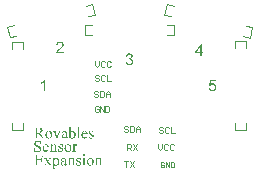
<source format=gto>
G04*
G04 #@! TF.GenerationSoftware,Altium Limited,Altium Designer,23.3.1 (30)*
G04*
G04 Layer_Color=65535*
%FSLAX25Y25*%
%MOIN*%
G70*
G04*
G04 #@! TF.SameCoordinates,31E1B7B5-1CAE-4E1F-A508-08906AB7C5AB*
G04*
G04*
G04 #@! TF.FilePolarity,Positive*
G04*
G01*
G75*
%ADD10C,0.00394*%
%ADD11C,0.00433*%
%ADD12C,0.00400*%
%ADD13C,0.00350*%
G36*
X352580Y306840D02*
X352491D01*
Y306846D01*
X352486Y306857D01*
X352480Y306879D01*
X352475Y306901D01*
X352453Y306968D01*
X352419Y307051D01*
X352380Y307140D01*
X352336Y307229D01*
X352286Y307307D01*
X352258Y307340D01*
X352231Y307368D01*
X352225Y307373D01*
X352203Y307390D01*
X352170Y307412D01*
X352125Y307440D01*
X352064Y307468D01*
X351998Y307490D01*
X351920Y307506D01*
X351831Y307512D01*
X351798D01*
X351764Y307506D01*
X351726Y307501D01*
X351676Y307490D01*
X351626Y307468D01*
X351576Y307445D01*
X351531Y307412D01*
X351526Y307406D01*
X351515Y307395D01*
X351498Y307373D01*
X351476Y307345D01*
X351437Y307279D01*
X351426Y307240D01*
X351420Y307196D01*
Y307190D01*
Y307173D01*
X351426Y307140D01*
X351431Y307107D01*
X351443Y307068D01*
X351454Y307024D01*
X351476Y306979D01*
X351504Y306940D01*
X351509Y306935D01*
X351520Y306924D01*
X351542Y306901D01*
X351576Y306874D01*
X351620Y306840D01*
X351681Y306802D01*
X351753Y306757D01*
X351837Y306713D01*
X352225Y306524D01*
X352231Y306519D01*
X352247Y306513D01*
X352275Y306496D01*
X352308Y306474D01*
X352353Y306452D01*
X352397Y306419D01*
X352497Y306341D01*
X352591Y306241D01*
X352641Y306186D01*
X352680Y306124D01*
X352713Y306058D01*
X352741Y305986D01*
X352758Y305913D01*
X352764Y305836D01*
Y305830D01*
Y305819D01*
Y305802D01*
X352758Y305780D01*
X352752Y305719D01*
X352730Y305647D01*
X352702Y305558D01*
X352658Y305469D01*
X352597Y305381D01*
X352558Y305342D01*
X352514Y305303D01*
X352503Y305292D01*
X352469Y305270D01*
X352419Y305242D01*
X352353Y305203D01*
X352270Y305164D01*
X352170Y305136D01*
X352064Y305114D01*
X351953Y305103D01*
X351914D01*
X351870Y305109D01*
X351809Y305114D01*
X351731Y305120D01*
X351642Y305136D01*
X351548Y305153D01*
X351443Y305175D01*
X351437D01*
X351431Y305181D01*
X351393Y305192D01*
X351348Y305198D01*
X351304Y305203D01*
X351293D01*
X351271Y305198D01*
X351237Y305175D01*
X351221Y305164D01*
X351209Y305142D01*
X351121D01*
Y306008D01*
X351209D01*
Y306002D01*
X351215Y305991D01*
Y305975D01*
X351226Y305947D01*
X351243Y305880D01*
X351271Y305797D01*
X351309Y305703D01*
X351359Y305608D01*
X351415Y305520D01*
X351487Y305442D01*
X351498Y305436D01*
X351526Y305414D01*
X351570Y305386D01*
X351626Y305353D01*
X351692Y305314D01*
X351776Y305286D01*
X351864Y305264D01*
X351959Y305259D01*
X351992D01*
X352025Y305264D01*
X352064Y305270D01*
X352114Y305286D01*
X352164Y305303D01*
X352214Y305331D01*
X352258Y305364D01*
X352264Y305370D01*
X352275Y305381D01*
X352297Y305403D01*
X352320Y305436D01*
X352336Y305475D01*
X352358Y305514D01*
X352369Y305564D01*
X352375Y305619D01*
Y305625D01*
Y305653D01*
X352369Y305686D01*
X352358Y305725D01*
X352342Y305775D01*
X352320Y305825D01*
X352286Y305875D01*
X352242Y305925D01*
X352236Y305930D01*
X352214Y305947D01*
X352181Y305975D01*
X352131Y306013D01*
X352059Y306058D01*
X351970Y306113D01*
X351920Y306141D01*
X351859Y306174D01*
X351798Y306208D01*
X351726Y306241D01*
X351720D01*
X351709Y306252D01*
X351692Y306258D01*
X351665Y306274D01*
X351598Y306308D01*
X351520Y306358D01*
X351437Y306407D01*
X351354Y306469D01*
X351282Y306524D01*
X351254Y306557D01*
X351226Y306585D01*
X351221Y306591D01*
X351209Y306613D01*
X351187Y306646D01*
X351171Y306691D01*
X351148Y306740D01*
X351126Y306807D01*
X351115Y306879D01*
X351110Y306962D01*
Y306968D01*
Y306974D01*
Y306990D01*
X351115Y307012D01*
X351121Y307068D01*
X351137Y307140D01*
X351160Y307218D01*
X351193Y307301D01*
X351243Y307384D01*
X351309Y307462D01*
X351320Y307473D01*
X351348Y307495D01*
X351393Y307529D01*
X351454Y307567D01*
X351531Y307601D01*
X351620Y307634D01*
X351726Y307656D01*
X351842Y307667D01*
X351870D01*
X351898Y307662D01*
X351942D01*
X351992Y307651D01*
X352047Y307640D01*
X352114Y307628D01*
X352186Y307606D01*
X352192D01*
X352208Y307601D01*
X352231Y307595D01*
X352264Y307590D01*
X352325Y307573D01*
X352347Y307567D01*
X352392D01*
X352414Y307573D01*
X352431Y307584D01*
X352436Y307590D01*
X352447Y307601D01*
X352469Y307628D01*
X352491Y307667D01*
X352580D01*
Y306840D01*
D02*
G37*
G36*
X341763Y307501D02*
X341741D01*
X341719Y307495D01*
X341686Y307490D01*
X341625Y307473D01*
X341597Y307456D01*
X341575Y307440D01*
X341569Y307434D01*
X341558Y307423D01*
X341541Y307406D01*
X341519Y307379D01*
X341491Y307340D01*
X341464Y307295D01*
X341436Y307245D01*
X341408Y307179D01*
X340559Y305103D01*
X340448D01*
X339582Y307146D01*
Y307151D01*
X339571Y307168D01*
X339560Y307196D01*
X339549Y307223D01*
X339510Y307290D01*
X339493Y307318D01*
X339471Y307345D01*
Y307351D01*
X339460Y307357D01*
X339438Y307384D01*
X339393Y307418D01*
X339338Y307451D01*
X339327Y307456D01*
X339316Y307462D01*
X339299Y307468D01*
X339277Y307473D01*
X339244Y307484D01*
X339205Y307490D01*
X339160Y307501D01*
Y307595D01*
X340298D01*
Y307501D01*
X340187D01*
X340165Y307495D01*
X340115Y307479D01*
X340065Y307445D01*
X340059Y307434D01*
X340043Y307412D01*
X340021Y307368D01*
X340015Y307312D01*
Y307307D01*
Y307295D01*
X340021Y307279D01*
Y307251D01*
X340026Y307218D01*
X340037Y307185D01*
X340071Y307096D01*
X340631Y305758D01*
X341197Y307146D01*
Y307151D01*
X341208Y307168D01*
X341214Y307196D01*
X341225Y307229D01*
X341242Y307301D01*
X341253Y307334D01*
Y307368D01*
Y307373D01*
Y307390D01*
X341247Y307412D01*
X341236Y307429D01*
X341231Y307434D01*
X341214Y307451D01*
X341192Y307468D01*
X341158Y307484D01*
X341147Y307490D01*
X341136D01*
X341120Y307495D01*
X341092D01*
X341064Y307501D01*
X340975D01*
Y307595D01*
X341763D01*
Y307501D01*
D02*
G37*
G36*
X347940Y305725D02*
Y305714D01*
Y305686D01*
Y305647D01*
X347946Y305597D01*
X347952Y305497D01*
X347957Y305447D01*
X347968Y305414D01*
Y305409D01*
X347974Y305403D01*
X347996Y305375D01*
X348024Y305336D01*
X348068Y305303D01*
X348074D01*
X348085Y305297D01*
X348101Y305292D01*
X348129Y305286D01*
X348163Y305281D01*
X348207Y305275D01*
X348262Y305270D01*
X348329D01*
Y305175D01*
X347141D01*
Y305270D01*
X347197D01*
X347230Y305275D01*
X347308Y305286D01*
X347341Y305292D01*
X347369Y305303D01*
X347374D01*
X347380Y305309D01*
X347402Y305331D01*
X347435Y305364D01*
X347463Y305414D01*
Y305420D01*
X347469Y305431D01*
X347474Y305453D01*
X347485Y305486D01*
X347491Y305525D01*
X347497Y305580D01*
X347502Y305647D01*
Y305725D01*
Y307923D01*
Y307928D01*
Y307939D01*
Y307962D01*
Y307989D01*
Y308056D01*
Y308139D01*
X347497Y308222D01*
X347491Y308306D01*
X347485Y308372D01*
Y308400D01*
X347480Y308422D01*
Y308428D01*
X347474Y308439D01*
X347469Y308472D01*
X347446Y308517D01*
X347435Y308533D01*
X347419Y308550D01*
X347413Y308555D01*
X347391Y308566D01*
X347358Y308577D01*
X347319Y308583D01*
X347291D01*
X347274Y308577D01*
X347219Y308566D01*
X347147Y308544D01*
X347102Y308639D01*
X347818Y308933D01*
X347940D01*
Y305725D01*
D02*
G37*
G36*
X334393Y308755D02*
X334454D01*
X334515Y308750D01*
X334654Y308738D01*
X334792Y308722D01*
X334920Y308700D01*
X334981Y308688D01*
X335037Y308672D01*
X335042D01*
X335048Y308666D01*
X335081Y308655D01*
X335131Y308633D01*
X335198Y308605D01*
X335270Y308561D01*
X335348Y308511D01*
X335425Y308444D01*
X335497Y308367D01*
X335503Y308355D01*
X335525Y308328D01*
X335558Y308278D01*
X335592Y308217D01*
X335625Y308139D01*
X335658Y308050D01*
X335681Y307945D01*
X335686Y307834D01*
Y307828D01*
Y307817D01*
Y307801D01*
X335681Y307778D01*
X335675Y307717D01*
X335658Y307640D01*
X335636Y307551D01*
X335597Y307456D01*
X335542Y307357D01*
X335470Y307262D01*
X335459Y307251D01*
X335431Y307223D01*
X335375Y307179D01*
X335303Y307129D01*
X335214Y307073D01*
X335098Y307012D01*
X334959Y306962D01*
X334804Y306918D01*
X335547Y305891D01*
X335553Y305886D01*
X335558Y305875D01*
X335570Y305858D01*
X335592Y305836D01*
X335636Y305775D01*
X335697Y305697D01*
X335764Y305619D01*
X335836Y305542D01*
X335908Y305475D01*
X335947Y305442D01*
X335980Y305420D01*
X335991Y305414D01*
X336014Y305403D01*
X336052Y305381D01*
X336108Y305359D01*
X336180Y305331D01*
X336258Y305309D01*
X336352Y305292D01*
X336457Y305275D01*
Y305175D01*
X335497D01*
X334282Y306852D01*
X334204D01*
X334132Y306846D01*
X333943D01*
X333916Y306852D01*
Y305808D01*
Y305802D01*
Y305791D01*
Y305775D01*
Y305753D01*
X333921Y305697D01*
X333927Y305630D01*
X333932Y305558D01*
X333949Y305486D01*
X333966Y305431D01*
X333977Y305403D01*
X333988Y305386D01*
X333993Y305381D01*
X334004Y305370D01*
X334032Y305353D01*
X334066Y305331D01*
X334104Y305309D01*
X334154Y305292D01*
X334215Y305281D01*
X334288Y305275D01*
X334426D01*
Y305175D01*
X332900D01*
Y305275D01*
X333072D01*
X333111Y305281D01*
X333155Y305292D01*
X333211Y305309D01*
X333261Y305336D01*
X333311Y305370D01*
X333355Y305420D01*
Y305425D01*
X333366Y305436D01*
X333372Y305464D01*
X333383Y305497D01*
X333394Y305553D01*
X333400Y305619D01*
X333411Y305703D01*
Y305808D01*
Y308128D01*
Y308134D01*
Y308145D01*
Y308161D01*
Y308184D01*
X333405Y308239D01*
X333400Y308306D01*
X333394Y308378D01*
X333377Y308444D01*
X333361Y308505D01*
X333344Y308528D01*
X333333Y308544D01*
X333327Y308550D01*
X333316Y308561D01*
X333289Y308583D01*
X333261Y308605D01*
X333216Y308622D01*
X333166Y308644D01*
X333105Y308655D01*
X333033Y308661D01*
X332900D01*
Y308761D01*
X334337D01*
X334393Y308755D01*
D02*
G37*
G36*
X343101Y307662D02*
X343179Y307656D01*
X343262Y307640D01*
X343351Y307623D01*
X343434Y307595D01*
X343517Y307556D01*
X343523Y307551D01*
X343545Y307540D01*
X343573Y307523D01*
X343606Y307495D01*
X343639Y307456D01*
X343678Y307412D01*
X343717Y307362D01*
X343745Y307301D01*
Y307295D01*
X343750Y307279D01*
X343761Y307245D01*
X343772Y307201D01*
X343778Y307135D01*
X343789Y307057D01*
X343795Y306957D01*
Y306835D01*
Y306013D01*
Y306008D01*
Y305997D01*
Y305980D01*
Y305958D01*
Y305897D01*
Y305830D01*
X343800Y305758D01*
Y305686D01*
Y305625D01*
X343806Y305603D01*
Y305586D01*
Y305580D01*
Y305575D01*
X343817Y305542D01*
X343828Y305508D01*
X343845Y305481D01*
X343850Y305475D01*
X343867Y305469D01*
X343889Y305464D01*
X343917Y305458D01*
X343945D01*
X343967Y305464D01*
X343994Y305475D01*
X344000D01*
X344005Y305481D01*
X344022Y305492D01*
X344044Y305514D01*
X344072Y305536D01*
X344111Y305569D01*
X344155Y305614D01*
X344211Y305669D01*
Y305520D01*
X344205Y305514D01*
X344200Y305503D01*
X344183Y305481D01*
X344161Y305458D01*
X344100Y305397D01*
X344028Y305325D01*
X343939Y305247D01*
X343845Y305187D01*
X343795Y305164D01*
X343745Y305142D01*
X343689Y305131D01*
X343639Y305125D01*
X343617D01*
X343595Y305131D01*
X343567Y305136D01*
X343534Y305148D01*
X343500Y305164D01*
X343467Y305187D01*
X343434Y305214D01*
X343428Y305220D01*
X343423Y305231D01*
X343412Y305253D01*
X343395Y305286D01*
X343378Y305325D01*
X343367Y305381D01*
X343362Y305442D01*
X343356Y305520D01*
X343351Y305514D01*
X343340Y305508D01*
X343323Y305492D01*
X343295Y305475D01*
X343234Y305425D01*
X343156Y305370D01*
X343079Y305314D01*
X343001Y305259D01*
X342940Y305214D01*
X342912Y305198D01*
X342890Y305187D01*
X342884D01*
X342868Y305175D01*
X342834Y305170D01*
X342796Y305159D01*
X342751Y305148D01*
X342701Y305136D01*
X342646Y305131D01*
X342585Y305125D01*
X342574D01*
X342546Y305131D01*
X342496Y305136D01*
X342441Y305148D01*
X342374Y305164D01*
X342307Y305198D01*
X342241Y305236D01*
X342174Y305292D01*
X342168Y305297D01*
X342152Y305325D01*
X342124Y305364D01*
X342096Y305414D01*
X342063Y305481D01*
X342041Y305558D01*
X342019Y305647D01*
X342013Y305747D01*
Y305753D01*
Y305775D01*
X342019Y305808D01*
X342024Y305853D01*
X342030Y305902D01*
X342046Y305952D01*
X342063Y306002D01*
X342091Y306052D01*
X342096Y306058D01*
X342113Y306080D01*
X342141Y306119D01*
X342180Y306163D01*
X342230Y306213D01*
X342291Y306269D01*
X342368Y306330D01*
X342463Y306391D01*
X342468D01*
X342474Y306396D01*
X342490Y306407D01*
X342513Y306419D01*
X342546Y306435D01*
X342579Y306452D01*
X342624Y306474D01*
X342679Y306502D01*
X342735Y306530D01*
X342801Y306557D01*
X342873Y306591D01*
X342957Y306624D01*
X343045Y306657D01*
X343140Y306696D01*
X343245Y306735D01*
X343356Y306779D01*
Y306874D01*
Y306879D01*
Y306890D01*
Y306907D01*
Y306935D01*
X343351Y306996D01*
X343340Y307073D01*
X343328Y307151D01*
X343306Y307234D01*
X343279Y307307D01*
X343240Y307368D01*
X343234Y307373D01*
X343217Y307390D01*
X343195Y307412D01*
X343156Y307440D01*
X343112Y307462D01*
X343057Y307484D01*
X342990Y307501D01*
X342912Y307506D01*
X342884D01*
X342857Y307501D01*
X342818Y307495D01*
X342774Y307484D01*
X342729Y307468D01*
X342685Y307445D01*
X342646Y307412D01*
X342640Y307406D01*
X342629Y307395D01*
X342618Y307379D01*
X342601Y307351D01*
X342568Y307290D01*
X342557Y307251D01*
X342551Y307207D01*
X342557Y307051D01*
Y307046D01*
Y307029D01*
X342551Y307007D01*
Y306985D01*
X342529Y306918D01*
X342513Y306890D01*
X342490Y306863D01*
X342479Y306852D01*
X342446Y306835D01*
X342396Y306813D01*
X342363Y306807D01*
X342329Y306802D01*
X342313D01*
X342296Y306807D01*
X342274Y306813D01*
X342218Y306829D01*
X342191Y306846D01*
X342168Y306868D01*
Y306874D01*
X342157Y306879D01*
X342152Y306896D01*
X342141Y306918D01*
X342130Y306946D01*
X342119Y306974D01*
X342113Y307012D01*
X342108Y307057D01*
Y307068D01*
X342113Y307096D01*
X342119Y307140D01*
X342135Y307196D01*
X342163Y307257D01*
X342202Y307329D01*
X342257Y307401D01*
X342335Y307473D01*
X342346Y307484D01*
X342379Y307506D01*
X342429Y307534D01*
X342507Y307573D01*
X342596Y307606D01*
X342712Y307640D01*
X342840Y307662D01*
X342990Y307667D01*
X343045D01*
X343101Y307662D01*
D02*
G37*
G36*
X349822D02*
X349855D01*
X349900Y307651D01*
X349989Y307634D01*
X350094Y307601D01*
X350205Y307551D01*
X350266Y307523D01*
X350316Y307484D01*
X350371Y307445D01*
X350421Y307395D01*
X350427Y307390D01*
X350432Y307384D01*
X350444Y307368D01*
X350466Y307345D01*
X350482Y307318D01*
X350505Y307290D01*
X350555Y307207D01*
X350605Y307101D01*
X350649Y306979D01*
X350677Y306840D01*
X350682Y306763D01*
X350688Y306679D01*
X349017D01*
Y306674D01*
Y306657D01*
Y306629D01*
X349023Y306591D01*
Y306546D01*
X349028Y306491D01*
X349039Y306435D01*
X349050Y306374D01*
X349078Y306235D01*
X349123Y306097D01*
X349156Y306025D01*
X349189Y305958D01*
X349234Y305897D01*
X349278Y305836D01*
X349284Y305830D01*
X349289Y305825D01*
X349306Y305808D01*
X349322Y305791D01*
X349378Y305742D01*
X349456Y305686D01*
X349545Y305630D01*
X349650Y305580D01*
X349766Y305547D01*
X349828Y305542D01*
X349894Y305536D01*
X349933D01*
X349977Y305542D01*
X350033Y305553D01*
X350099Y305569D01*
X350166Y305592D01*
X350238Y305619D01*
X350305Y305664D01*
X350310Y305669D01*
X350332Y305692D01*
X350366Y305719D01*
X350410Y305769D01*
X350455Y305830D01*
X350505Y305908D01*
X350555Y306002D01*
X350605Y306113D01*
X350688Y306058D01*
Y306052D01*
Y306041D01*
X350682Y306025D01*
X350677Y305997D01*
X350665Y305963D01*
X350654Y305925D01*
X350627Y305836D01*
X350582Y305736D01*
X350527Y305625D01*
X350455Y305508D01*
X350360Y305397D01*
X350355Y305392D01*
X350349Y305386D01*
X350332Y305370D01*
X350310Y305353D01*
X350255Y305303D01*
X350177Y305253D01*
X350083Y305198D01*
X349966Y305148D01*
X349839Y305114D01*
X349766Y305109D01*
X349694Y305103D01*
X349650D01*
X349622Y305109D01*
X349583Y305114D01*
X349539Y305120D01*
X349439Y305148D01*
X349317Y305187D01*
X349256Y305214D01*
X349195Y305247D01*
X349128Y305286D01*
X349067Y305331D01*
X349006Y305381D01*
X348945Y305442D01*
X348939Y305447D01*
X348934Y305458D01*
X348917Y305475D01*
X348895Y305503D01*
X348873Y305536D01*
X348851Y305580D01*
X348823Y305625D01*
X348795Y305680D01*
X348762Y305747D01*
X348734Y305814D01*
X348712Y305886D01*
X348690Y305969D01*
X348668Y306058D01*
X348651Y306147D01*
X348645Y306246D01*
X348640Y306352D01*
Y306358D01*
Y306380D01*
Y306413D01*
X348645Y306457D01*
X348651Y306507D01*
X348656Y306568D01*
X348668Y306635D01*
X348679Y306707D01*
X348717Y306863D01*
X348745Y306940D01*
X348773Y307024D01*
X348812Y307101D01*
X348851Y307179D01*
X348901Y307251D01*
X348956Y307318D01*
X348962Y307323D01*
X348973Y307334D01*
X348989Y307351D01*
X349012Y307373D01*
X349045Y307401D01*
X349084Y307429D01*
X349128Y307462D01*
X349173Y307495D01*
X349228Y307523D01*
X349289Y307556D01*
X349428Y307612D01*
X349500Y307634D01*
X349583Y307651D01*
X349667Y307662D01*
X349755Y307667D01*
X349794D01*
X349822Y307662D01*
D02*
G37*
G36*
X345060Y307173D02*
X345066Y307179D01*
X345077Y307196D01*
X345093Y307218D01*
X345121Y307251D01*
X345154Y307290D01*
X345193Y307329D01*
X345238Y307373D01*
X345288Y307423D01*
X345399Y307512D01*
X345460Y307551D01*
X345526Y307590D01*
X345593Y307623D01*
X345665Y307645D01*
X345737Y307662D01*
X345815Y307667D01*
X345854D01*
X345876Y307662D01*
X345909Y307656D01*
X345948Y307651D01*
X346037Y307628D01*
X346137Y307590D01*
X346192Y307562D01*
X346248Y307534D01*
X346303Y307495D01*
X346359Y307451D01*
X346409Y307401D01*
X346464Y307345D01*
X346470Y307340D01*
X346475Y307329D01*
X346492Y307312D01*
X346509Y307290D01*
X346531Y307257D01*
X346553Y307218D01*
X346575Y307168D01*
X346603Y307118D01*
X346631Y307057D01*
X346653Y306996D01*
X346675Y306924D01*
X346697Y306846D01*
X346714Y306763D01*
X346731Y306668D01*
X346736Y306574D01*
X346742Y306474D01*
Y306469D01*
Y306446D01*
Y306413D01*
X346736Y306369D01*
X346731Y306313D01*
X346720Y306252D01*
X346703Y306180D01*
X346686Y306102D01*
X346664Y306025D01*
X346636Y305936D01*
X346603Y305853D01*
X346559Y305764D01*
X346509Y305680D01*
X346453Y305592D01*
X346387Y305514D01*
X346309Y305436D01*
X346303Y305431D01*
X346292Y305420D01*
X346270Y305403D01*
X346242Y305386D01*
X346209Y305359D01*
X346170Y305331D01*
X346120Y305303D01*
X346070Y305270D01*
X345948Y305209D01*
X345809Y305153D01*
X345737Y305136D01*
X345659Y305120D01*
X345576Y305109D01*
X345493Y305103D01*
X345454D01*
X345415Y305109D01*
X345360Y305114D01*
X345293Y305120D01*
X345221Y305136D01*
X345143Y305153D01*
X345060Y305175D01*
X345049Y305181D01*
X345021Y305192D01*
X344982Y305209D01*
X344927Y305236D01*
X344860Y305264D01*
X344782Y305309D01*
X344705Y305353D01*
X344622Y305409D01*
Y307917D01*
Y307923D01*
Y307934D01*
Y307956D01*
Y307984D01*
Y308050D01*
Y308134D01*
X344616Y308222D01*
X344611Y308306D01*
X344605Y308372D01*
Y308400D01*
X344599Y308422D01*
Y308428D01*
X344594Y308439D01*
X344583Y308472D01*
X344561Y308517D01*
X344549Y308533D01*
X344533Y308550D01*
X344527Y308555D01*
X344505Y308566D01*
X344472Y308577D01*
X344433Y308583D01*
X344405D01*
X344383Y308577D01*
X344322Y308566D01*
X344244Y308544D01*
X344211Y308639D01*
X344938Y308933D01*
X345060D01*
Y307173D01*
D02*
G37*
G36*
X337856Y307662D02*
X337901Y307656D01*
X337956Y307645D01*
X338017Y307634D01*
X338084Y307617D01*
X338150Y307595D01*
X338222Y307562D01*
X338295Y307529D01*
X338372Y307490D01*
X338444Y307440D01*
X338517Y307384D01*
X338583Y307318D01*
X338650Y307245D01*
X338655Y307240D01*
X338661Y307229D01*
X338678Y307212D01*
X338694Y307185D01*
X338716Y307151D01*
X338739Y307107D01*
X338766Y307062D01*
X338794Y307012D01*
X338844Y306890D01*
X338889Y306752D01*
X338922Y306596D01*
X338927Y306513D01*
X338933Y306430D01*
Y306424D01*
Y306413D01*
Y306396D01*
Y306374D01*
X338927Y306346D01*
Y306308D01*
X338911Y306224D01*
X338894Y306124D01*
X338866Y306013D01*
X338827Y305891D01*
X338772Y305769D01*
Y305764D01*
X338766Y305753D01*
X338755Y305736D01*
X338744Y305714D01*
X338711Y305653D01*
X338661Y305580D01*
X338600Y305503D01*
X338528Y305420D01*
X338439Y305342D01*
X338345Y305270D01*
X338339D01*
X338333Y305264D01*
X338317Y305253D01*
X338295Y305242D01*
X338239Y305220D01*
X338167Y305187D01*
X338078Y305159D01*
X337973Y305131D01*
X337856Y305109D01*
X337734Y305103D01*
X337712D01*
X337684Y305109D01*
X337645D01*
X337601Y305114D01*
X337545Y305125D01*
X337484Y305142D01*
X337423Y305159D01*
X337357Y305181D01*
X337284Y305209D01*
X337212Y305242D01*
X337140Y305286D01*
X337068Y305336D01*
X336996Y305392D01*
X336929Y305458D01*
X336868Y305536D01*
X336863Y305542D01*
X336857Y305553D01*
X336846Y305575D01*
X336824Y305603D01*
X336807Y305636D01*
X336785Y305675D01*
X336757Y305725D01*
X336735Y305775D01*
X336685Y305897D01*
X336641Y306036D01*
X336607Y306191D01*
X336602Y306274D01*
X336596Y306358D01*
Y306363D01*
Y306374D01*
Y306391D01*
Y306413D01*
X336602Y306446D01*
X336607Y306480D01*
X336618Y306563D01*
X336635Y306663D01*
X336663Y306779D01*
X336702Y306896D01*
X336757Y307018D01*
Y307024D01*
X336763Y307035D01*
X336774Y307051D01*
X336785Y307073D01*
X336824Y307129D01*
X336874Y307207D01*
X336935Y307284D01*
X337013Y307362D01*
X337096Y307440D01*
X337190Y307506D01*
X337196D01*
X337201Y307512D01*
X337218Y307523D01*
X337240Y307534D01*
X337290Y307556D01*
X337362Y307590D01*
X337451Y307617D01*
X337545Y307645D01*
X337651Y307662D01*
X337762Y307667D01*
X337817D01*
X337856Y307662D01*
D02*
G37*
G36*
X335048Y303149D02*
X334948D01*
Y303154D01*
Y303165D01*
X334942Y303182D01*
X334937Y303210D01*
X334926Y303271D01*
X334909Y303354D01*
X334887Y303443D01*
X334854Y303537D01*
X334820Y303631D01*
X334776Y303715D01*
X334770Y303726D01*
X334754Y303748D01*
X334726Y303787D01*
X334687Y303837D01*
X334637Y303887D01*
X334576Y303942D01*
X334509Y303998D01*
X334426Y304048D01*
X334415Y304053D01*
X334387Y304070D01*
X334343Y304086D01*
X334282Y304114D01*
X334210Y304136D01*
X334132Y304153D01*
X334043Y304170D01*
X333955Y304175D01*
X333910D01*
X333860Y304164D01*
X333794Y304153D01*
X333721Y304131D01*
X333644Y304103D01*
X333572Y304059D01*
X333499Y304003D01*
X333494Y303998D01*
X333472Y303976D01*
X333444Y303937D01*
X333411Y303892D01*
X333377Y303837D01*
X333349Y303770D01*
X333327Y303698D01*
X333322Y303620D01*
Y303615D01*
Y303592D01*
X333327Y303565D01*
X333338Y303520D01*
X333349Y303476D01*
X333366Y303426D01*
X333394Y303376D01*
X333433Y303321D01*
X333444Y303309D01*
X333455Y303298D01*
X333466Y303287D01*
X333488Y303265D01*
X333516Y303243D01*
X333555Y303215D01*
X333594Y303182D01*
X333644Y303149D01*
X333699Y303104D01*
X333760Y303065D01*
X333832Y303015D01*
X333916Y302965D01*
X334004Y302910D01*
X334104Y302854D01*
X334215Y302793D01*
X334221Y302788D01*
X334238Y302782D01*
X334265Y302766D01*
X334299Y302749D01*
X334337Y302727D01*
X334382Y302699D01*
X334487Y302638D01*
X334604Y302571D01*
X334715Y302505D01*
X334815Y302438D01*
X334859Y302405D01*
X334898Y302377D01*
X334909Y302372D01*
X334931Y302349D01*
X334965Y302322D01*
X335003Y302283D01*
X335053Y302233D01*
X335098Y302172D01*
X335148Y302111D01*
X335187Y302039D01*
X335192Y302027D01*
X335203Y302005D01*
X335220Y301966D01*
X335237Y301916D01*
X335253Y301855D01*
X335270Y301783D01*
X335281Y301706D01*
X335286Y301628D01*
Y301622D01*
Y301611D01*
Y301589D01*
X335281Y301561D01*
X335275Y301522D01*
X335270Y301483D01*
X335248Y301389D01*
X335209Y301278D01*
X335187Y301223D01*
X335153Y301162D01*
X335114Y301101D01*
X335076Y301045D01*
X335026Y300984D01*
X334970Y300928D01*
X334965Y300923D01*
X334953Y300917D01*
X334937Y300901D01*
X334915Y300884D01*
X334881Y300862D01*
X334842Y300834D01*
X334798Y300806D01*
X334748Y300784D01*
X334693Y300757D01*
X334632Y300729D01*
X334493Y300679D01*
X334332Y300645D01*
X334249Y300640D01*
X334154Y300634D01*
X334099D01*
X334060Y300640D01*
X334015D01*
X333966Y300645D01*
X333860Y300662D01*
X333855D01*
X333843Y300668D01*
X333821D01*
X333788Y300679D01*
X333744Y300690D01*
X333682Y300707D01*
X333610Y300729D01*
X333522Y300757D01*
X333510Y300762D01*
X333483Y300768D01*
X333438Y300784D01*
X333388Y300801D01*
X333333Y300812D01*
X333277Y300829D01*
X333233Y300834D01*
X333200Y300840D01*
X333189D01*
X333161Y300834D01*
X333128Y300823D01*
X333094Y300795D01*
X333089Y300790D01*
X333083Y300779D01*
X333072Y300762D01*
X333067Y300740D01*
X333055Y300712D01*
X333044Y300679D01*
X333039Y300634D01*
X332939D01*
Y301861D01*
X333039D01*
Y301855D01*
X333044Y301844D01*
Y301822D01*
X333050Y301800D01*
X333055Y301767D01*
X333067Y301728D01*
X333089Y301644D01*
X333111Y301550D01*
X333144Y301450D01*
X333183Y301361D01*
X333222Y301278D01*
X333227Y301273D01*
X333244Y301245D01*
X333272Y301212D01*
X333311Y301167D01*
X333361Y301117D01*
X333422Y301067D01*
X333494Y301012D01*
X333577Y300962D01*
X333583D01*
X333588Y300956D01*
X333622Y300945D01*
X333666Y300923D01*
X333733Y300901D01*
X333810Y300879D01*
X333899Y300856D01*
X333993Y300845D01*
X334099Y300840D01*
X334132D01*
X334154Y300845D01*
X334215Y300851D01*
X334288Y300862D01*
X334371Y300884D01*
X334459Y300912D01*
X334543Y300956D01*
X334620Y301012D01*
X334632Y301017D01*
X334654Y301045D01*
X334682Y301078D01*
X334720Y301128D01*
X334754Y301189D01*
X334787Y301261D01*
X334809Y301339D01*
X334815Y301428D01*
Y301434D01*
Y301450D01*
X334809Y301478D01*
X334804Y301511D01*
X334798Y301550D01*
X334781Y301594D01*
X334765Y301644D01*
X334737Y301694D01*
X334732Y301700D01*
X334726Y301717D01*
X334704Y301744D01*
X334682Y301778D01*
X334654Y301817D01*
X334615Y301855D01*
X334571Y301900D01*
X334515Y301944D01*
X334509Y301950D01*
X334493Y301961D01*
X334459Y301983D01*
X334404Y302016D01*
X334371Y302039D01*
X334332Y302066D01*
X334282Y302094D01*
X334232Y302122D01*
X334171Y302155D01*
X334104Y302194D01*
X334032Y302238D01*
X333949Y302283D01*
X333943Y302288D01*
X333927Y302294D01*
X333905Y302305D01*
X333877Y302327D01*
X333838Y302349D01*
X333794Y302372D01*
X333694Y302433D01*
X333588Y302494D01*
X333477Y302566D01*
X333377Y302632D01*
X333333Y302666D01*
X333294Y302693D01*
X333283Y302699D01*
X333261Y302721D01*
X333227Y302754D01*
X333183Y302793D01*
X333139Y302843D01*
X333089Y302904D01*
X333039Y302965D01*
X333000Y303032D01*
X332994Y303043D01*
X332983Y303065D01*
X332967Y303104D01*
X332950Y303154D01*
X332933Y303210D01*
X332917Y303282D01*
X332906Y303354D01*
X332900Y303437D01*
Y303443D01*
Y303454D01*
Y303476D01*
X332906Y303504D01*
X332911Y303537D01*
X332917Y303576D01*
X332939Y303665D01*
X332972Y303770D01*
X333022Y303881D01*
X333055Y303937D01*
X333100Y303998D01*
X333144Y304048D01*
X333194Y304103D01*
X333200Y304109D01*
X333205Y304114D01*
X333222Y304131D01*
X333250Y304148D01*
X333277Y304170D01*
X333311Y304192D01*
X333355Y304220D01*
X333400Y304247D01*
X333510Y304297D01*
X333638Y304342D01*
X333783Y304375D01*
X333866Y304381D01*
X333949Y304386D01*
X333999D01*
X334054Y304381D01*
X334132Y304369D01*
X334221Y304353D01*
X334326Y304325D01*
X334437Y304292D01*
X334554Y304242D01*
X334559D01*
X334576Y304231D01*
X334604Y304225D01*
X334637Y304214D01*
X334704Y304192D01*
X334737Y304186D01*
X334765Y304181D01*
X334776D01*
X334804Y304186D01*
X334842Y304198D01*
X334876Y304220D01*
X334881Y304225D01*
X334893Y304236D01*
X334904Y304253D01*
X334915Y304275D01*
X334926Y304309D01*
X334937Y304342D01*
X334948Y304386D01*
X335048D01*
Y303149D01*
D02*
G37*
G36*
X342424Y302383D02*
X342335D01*
Y302388D01*
X342329Y302399D01*
X342324Y302421D01*
X342318Y302444D01*
X342296Y302510D01*
X342263Y302593D01*
X342224Y302682D01*
X342180Y302771D01*
X342130Y302849D01*
X342102Y302882D01*
X342074Y302910D01*
X342069Y302915D01*
X342046Y302932D01*
X342013Y302954D01*
X341969Y302982D01*
X341908Y303010D01*
X341841Y303032D01*
X341763Y303049D01*
X341674Y303054D01*
X341641D01*
X341608Y303049D01*
X341569Y303043D01*
X341519Y303032D01*
X341469Y303010D01*
X341419Y302988D01*
X341375Y302954D01*
X341369Y302949D01*
X341358Y302938D01*
X341342Y302915D01*
X341319Y302888D01*
X341281Y302821D01*
X341269Y302782D01*
X341264Y302738D01*
Y302732D01*
Y302716D01*
X341269Y302682D01*
X341275Y302649D01*
X341286Y302610D01*
X341297Y302566D01*
X341319Y302521D01*
X341347Y302483D01*
X341353Y302477D01*
X341364Y302466D01*
X341386Y302444D01*
X341419Y302416D01*
X341464Y302383D01*
X341525Y302344D01*
X341597Y302299D01*
X341680Y302255D01*
X342069Y302066D01*
X342074Y302061D01*
X342091Y302055D01*
X342119Y302039D01*
X342152Y302016D01*
X342196Y301994D01*
X342241Y301961D01*
X342340Y301883D01*
X342435Y301783D01*
X342485Y301728D01*
X342524Y301667D01*
X342557Y301600D01*
X342585Y301528D01*
X342601Y301456D01*
X342607Y301378D01*
Y301373D01*
Y301361D01*
Y301345D01*
X342601Y301323D01*
X342596Y301261D01*
X342574Y301189D01*
X342546Y301101D01*
X342501Y301012D01*
X342441Y300923D01*
X342402Y300884D01*
X342357Y300845D01*
X342346Y300834D01*
X342313Y300812D01*
X342263Y300784D01*
X342196Y300745D01*
X342113Y300707D01*
X342013Y300679D01*
X341908Y300657D01*
X341797Y300645D01*
X341758D01*
X341713Y300651D01*
X341652Y300657D01*
X341575Y300662D01*
X341486Y300679D01*
X341391Y300695D01*
X341286Y300718D01*
X341281D01*
X341275Y300723D01*
X341236Y300734D01*
X341192Y300740D01*
X341147Y300745D01*
X341136D01*
X341114Y300740D01*
X341081Y300718D01*
X341064Y300707D01*
X341053Y300684D01*
X340964D01*
Y301550D01*
X341053D01*
Y301545D01*
X341058Y301534D01*
Y301517D01*
X341070Y301489D01*
X341086Y301423D01*
X341114Y301339D01*
X341153Y301245D01*
X341203Y301150D01*
X341258Y301062D01*
X341331Y300984D01*
X341342Y300978D01*
X341369Y300956D01*
X341414Y300928D01*
X341469Y300895D01*
X341536Y300856D01*
X341619Y300829D01*
X341708Y300806D01*
X341802Y300801D01*
X341835D01*
X341869Y300806D01*
X341908Y300812D01*
X341958Y300829D01*
X342007Y300845D01*
X342057Y300873D01*
X342102Y300906D01*
X342108Y300912D01*
X342119Y300923D01*
X342141Y300945D01*
X342163Y300978D01*
X342180Y301017D01*
X342202Y301056D01*
X342213Y301106D01*
X342218Y301162D01*
Y301167D01*
Y301195D01*
X342213Y301228D01*
X342202Y301267D01*
X342185Y301317D01*
X342163Y301367D01*
X342130Y301417D01*
X342085Y301467D01*
X342080Y301472D01*
X342057Y301489D01*
X342024Y301517D01*
X341974Y301556D01*
X341902Y301600D01*
X341813Y301656D01*
X341763Y301683D01*
X341702Y301717D01*
X341641Y301750D01*
X341569Y301783D01*
X341564D01*
X341552Y301794D01*
X341536Y301800D01*
X341508Y301817D01*
X341441Y301850D01*
X341364Y301900D01*
X341281Y301950D01*
X341197Y302011D01*
X341125Y302066D01*
X341097Y302100D01*
X341070Y302127D01*
X341064Y302133D01*
X341053Y302155D01*
X341031Y302188D01*
X341014Y302233D01*
X340992Y302283D01*
X340970Y302349D01*
X340959Y302421D01*
X340953Y302505D01*
Y302510D01*
Y302516D01*
Y302533D01*
X340959Y302555D01*
X340964Y302610D01*
X340981Y302682D01*
X341003Y302760D01*
X341036Y302843D01*
X341086Y302926D01*
X341153Y303004D01*
X341164Y303015D01*
X341192Y303038D01*
X341236Y303071D01*
X341297Y303110D01*
X341375Y303143D01*
X341464Y303176D01*
X341569Y303199D01*
X341686Y303210D01*
X341713D01*
X341741Y303204D01*
X341786D01*
X341835Y303193D01*
X341891Y303182D01*
X341958Y303171D01*
X342030Y303149D01*
X342035D01*
X342052Y303143D01*
X342074Y303137D01*
X342108Y303132D01*
X342168Y303115D01*
X342191Y303110D01*
X342235D01*
X342257Y303115D01*
X342274Y303126D01*
X342280Y303132D01*
X342291Y303143D01*
X342313Y303171D01*
X342335Y303210D01*
X342424D01*
Y302383D01*
D02*
G37*
G36*
X339732Y303204D02*
X339782Y303199D01*
X339832Y303187D01*
X339893Y303165D01*
X339949Y303143D01*
X340004Y303110D01*
X340009Y303104D01*
X340026Y303093D01*
X340054Y303065D01*
X340087Y303032D01*
X340121Y302988D01*
X340159Y302932D01*
X340198Y302860D01*
X340232Y302782D01*
X340237Y302777D01*
X340243Y302754D01*
X340254Y302716D01*
X340265Y302660D01*
X340276Y302593D01*
X340282Y302510D01*
X340293Y302410D01*
Y302294D01*
Y301267D01*
Y301256D01*
Y301228D01*
Y301189D01*
X340298Y301139D01*
X340309Y301034D01*
X340315Y300990D01*
X340326Y300951D01*
X340331Y300940D01*
X340348Y300912D01*
X340376Y300879D01*
X340420Y300845D01*
X340426D01*
X340431Y300840D01*
X340454Y300834D01*
X340476Y300829D01*
X340509Y300823D01*
X340553Y300817D01*
X340603Y300812D01*
X340664D01*
Y300718D01*
X339466D01*
Y300812D01*
X339538D01*
X339565Y300817D01*
X339604D01*
X339682Y300834D01*
X339721Y300845D01*
X339749Y300862D01*
X339754D01*
X339760Y300873D01*
X339788Y300901D01*
X339815Y300945D01*
X339843Y301012D01*
Y301023D01*
X339849Y301040D01*
Y301062D01*
Y301095D01*
X339854Y301139D01*
Y301195D01*
Y301267D01*
Y302255D01*
Y302260D01*
Y302272D01*
Y302288D01*
Y302310D01*
X339849Y302366D01*
X339843Y302438D01*
X339832Y302521D01*
X339815Y302599D01*
X339793Y302677D01*
X339765Y302738D01*
X339760Y302743D01*
X339749Y302760D01*
X339726Y302788D01*
X339699Y302816D01*
X339660Y302838D01*
X339610Y302866D01*
X339549Y302882D01*
X339477Y302888D01*
X339443D01*
X339421Y302882D01*
X339360Y302871D01*
X339282Y302843D01*
X339188Y302804D01*
X339138Y302777D01*
X339083Y302743D01*
X339027Y302705D01*
X338972Y302655D01*
X338916Y302605D01*
X338855Y302544D01*
Y301267D01*
Y301256D01*
Y301228D01*
Y301184D01*
X338861Y301134D01*
Y301084D01*
X338866Y301028D01*
X338872Y300990D01*
X338883Y300956D01*
Y300951D01*
X338889Y300945D01*
X338911Y300912D01*
X338938Y300879D01*
X338983Y300845D01*
X338988D01*
X338994Y300840D01*
X339016Y300834D01*
X339044Y300829D01*
X339077Y300823D01*
X339122Y300817D01*
X339183Y300812D01*
X339249D01*
Y300718D01*
X338050D01*
Y300812D01*
X338128D01*
X338161Y300817D01*
X338200Y300823D01*
X338245Y300834D01*
X338283Y300851D01*
X338322Y300873D01*
X338350Y300906D01*
X338356Y300912D01*
X338361Y300923D01*
X338372Y300951D01*
X338383Y300990D01*
X338394Y301034D01*
X338406Y301101D01*
X338417Y301173D01*
Y301267D01*
Y302166D01*
Y302172D01*
Y302183D01*
Y302205D01*
Y302233D01*
Y302272D01*
Y302310D01*
Y302394D01*
X338411Y302488D01*
X338406Y302571D01*
Y302610D01*
X338400Y302643D01*
Y302671D01*
X338394Y302693D01*
Y302699D01*
X338389Y302710D01*
X338378Y302743D01*
X338361Y302788D01*
X338350Y302804D01*
X338333Y302821D01*
X338328Y302827D01*
X338306Y302843D01*
X338272Y302854D01*
X338222Y302860D01*
X338195D01*
X338173Y302854D01*
X338117Y302843D01*
X338050Y302821D01*
X338012Y302915D01*
X338739Y303210D01*
X338855D01*
Y302699D01*
X338861Y302705D01*
X338872Y302721D01*
X338899Y302749D01*
X338927Y302777D01*
X338966Y302816D01*
X339011Y302860D01*
X339060Y302904D01*
X339116Y302954D01*
X339238Y303049D01*
X339305Y303093D01*
X339377Y303132D01*
X339449Y303165D01*
X339521Y303187D01*
X339593Y303204D01*
X339666Y303210D01*
X339699D01*
X339732Y303204D01*
D02*
G37*
G36*
X347047D02*
X347080Y303199D01*
X347119Y303187D01*
X347158Y303171D01*
X347197Y303149D01*
X347236Y303121D01*
X347241Y303115D01*
X347252Y303104D01*
X347269Y303087D01*
X347286Y303060D01*
X347319Y302999D01*
X347330Y302960D01*
X347336Y302915D01*
Y302910D01*
Y302899D01*
X347330Y302877D01*
X347324Y302854D01*
X347308Y302799D01*
X347286Y302766D01*
X347263Y302738D01*
X347258D01*
X347252Y302727D01*
X347219Y302705D01*
X347169Y302682D01*
X347136Y302677D01*
X347102Y302671D01*
X347086D01*
X347069Y302677D01*
X347041Y302682D01*
X347008Y302693D01*
X346975Y302710D01*
X346936Y302732D01*
X346892Y302760D01*
X346886Y302766D01*
X346875Y302777D01*
X346853Y302788D01*
X346831Y302810D01*
X346775Y302838D01*
X346747Y302849D01*
X346725Y302854D01*
X346720D01*
X346697Y302849D01*
X346664Y302832D01*
X346625Y302799D01*
X346620Y302793D01*
X346603Y302777D01*
X346581Y302749D01*
X346547Y302716D01*
X346514Y302666D01*
X346470Y302605D01*
X346425Y302527D01*
X346381Y302444D01*
Y301284D01*
Y301273D01*
Y301250D01*
X346387Y301212D01*
Y301167D01*
X346403Y301067D01*
X346414Y301023D01*
X346431Y300978D01*
Y300973D01*
X346437Y300967D01*
X346459Y300934D01*
X346492Y300895D01*
X346547Y300856D01*
X346553D01*
X346564Y300851D01*
X346586Y300845D01*
X346614Y300834D01*
X346647Y300829D01*
X346692Y300817D01*
X346742Y300812D01*
X346803D01*
Y300718D01*
X345560D01*
Y300812D01*
X345587D01*
X345621Y300817D01*
X345665D01*
X345754Y300834D01*
X345793Y300851D01*
X345831Y300868D01*
X345837D01*
X345843Y300879D01*
X345870Y300901D01*
X345898Y300945D01*
X345926Y301006D01*
X345931Y301017D01*
Y301034D01*
X345937Y301056D01*
Y301090D01*
X345942Y301134D01*
Y301195D01*
Y301267D01*
Y302200D01*
Y302205D01*
Y302216D01*
Y302238D01*
Y302266D01*
Y302338D01*
Y302421D01*
X345937Y302505D01*
X345931Y302588D01*
Y302627D01*
X345926Y302655D01*
Y302682D01*
X345920Y302699D01*
Y302705D01*
X345915Y302710D01*
X345909Y302743D01*
X345887Y302788D01*
X345859Y302821D01*
X345854Y302827D01*
X345826Y302843D01*
X345793Y302854D01*
X345743Y302860D01*
X345715D01*
X345693Y302854D01*
X345632Y302843D01*
X345560Y302821D01*
X345537Y302915D01*
X346264Y303210D01*
X346381D01*
Y302666D01*
X346387Y302671D01*
X346392Y302688D01*
X346409Y302716D01*
X346431Y302749D01*
X346459Y302793D01*
X346492Y302838D01*
X346570Y302938D01*
X346664Y303038D01*
X346714Y303082D01*
X346769Y303126D01*
X346825Y303160D01*
X346881Y303187D01*
X346936Y303204D01*
X346997Y303210D01*
X347019D01*
X347047Y303204D01*
D02*
G37*
G36*
X344239D02*
X344283Y303199D01*
X344338Y303187D01*
X344400Y303176D01*
X344466Y303160D01*
X344533Y303137D01*
X344605Y303104D01*
X344677Y303071D01*
X344755Y303032D01*
X344827Y302982D01*
X344899Y302926D01*
X344966Y302860D01*
X345032Y302788D01*
X345038Y302782D01*
X345043Y302771D01*
X345060Y302754D01*
X345077Y302727D01*
X345099Y302693D01*
X345121Y302649D01*
X345149Y302605D01*
X345177Y302555D01*
X345227Y302433D01*
X345271Y302294D01*
X345304Y302138D01*
X345310Y302055D01*
X345315Y301972D01*
Y301966D01*
Y301955D01*
Y301939D01*
Y301916D01*
X345310Y301889D01*
Y301850D01*
X345293Y301767D01*
X345276Y301667D01*
X345249Y301556D01*
X345210Y301434D01*
X345154Y301311D01*
Y301306D01*
X345149Y301295D01*
X345138Y301278D01*
X345127Y301256D01*
X345093Y301195D01*
X345043Y301123D01*
X344982Y301045D01*
X344910Y300962D01*
X344821Y300884D01*
X344727Y300812D01*
X344722D01*
X344716Y300806D01*
X344699Y300795D01*
X344677Y300784D01*
X344622Y300762D01*
X344549Y300729D01*
X344461Y300701D01*
X344355Y300673D01*
X344239Y300651D01*
X344117Y300645D01*
X344094D01*
X344067Y300651D01*
X344028D01*
X343983Y300657D01*
X343928Y300668D01*
X343867Y300684D01*
X343806Y300701D01*
X343739Y300723D01*
X343667Y300751D01*
X343595Y300784D01*
X343523Y300829D01*
X343451Y300879D01*
X343378Y300934D01*
X343312Y301001D01*
X343251Y301078D01*
X343245Y301084D01*
X343240Y301095D01*
X343229Y301117D01*
X343206Y301145D01*
X343190Y301178D01*
X343167Y301217D01*
X343140Y301267D01*
X343117Y301317D01*
X343068Y301439D01*
X343023Y301578D01*
X342990Y301733D01*
X342984Y301817D01*
X342979Y301900D01*
Y301905D01*
Y301916D01*
Y301933D01*
Y301955D01*
X342984Y301989D01*
X342990Y302022D01*
X343001Y302105D01*
X343018Y302205D01*
X343045Y302322D01*
X343084Y302438D01*
X343140Y302560D01*
Y302566D01*
X343145Y302577D01*
X343156Y302593D01*
X343167Y302616D01*
X343206Y302671D01*
X343256Y302749D01*
X343317Y302827D01*
X343395Y302904D01*
X343478Y302982D01*
X343573Y303049D01*
X343578D01*
X343584Y303054D01*
X343600Y303065D01*
X343623Y303076D01*
X343673Y303099D01*
X343745Y303132D01*
X343833Y303160D01*
X343928Y303187D01*
X344033Y303204D01*
X344144Y303210D01*
X344200D01*
X344239Y303204D01*
D02*
G37*
G36*
X336957D02*
X336990D01*
X337035Y303193D01*
X337123Y303176D01*
X337229Y303143D01*
X337340Y303093D01*
X337401Y303065D01*
X337451Y303026D01*
X337507Y302988D01*
X337556Y302938D01*
X337562Y302932D01*
X337567Y302926D01*
X337579Y302910D01*
X337601Y302888D01*
X337617Y302860D01*
X337640Y302832D01*
X337690Y302749D01*
X337740Y302643D01*
X337784Y302521D01*
X337812Y302383D01*
X337817Y302305D01*
X337823Y302222D01*
X336152D01*
Y302216D01*
Y302200D01*
Y302172D01*
X336158Y302133D01*
Y302088D01*
X336163Y302033D01*
X336175Y301977D01*
X336186Y301916D01*
X336213Y301778D01*
X336258Y301639D01*
X336291Y301567D01*
X336324Y301500D01*
X336369Y301439D01*
X336413Y301378D01*
X336419Y301373D01*
X336424Y301367D01*
X336441Y301350D01*
X336457Y301334D01*
X336513Y301284D01*
X336591Y301228D01*
X336680Y301173D01*
X336785Y301123D01*
X336901Y301090D01*
X336963Y301084D01*
X337029Y301078D01*
X337068D01*
X337112Y301084D01*
X337168Y301095D01*
X337234Y301112D01*
X337301Y301134D01*
X337373Y301162D01*
X337440Y301206D01*
X337445Y301212D01*
X337468Y301234D01*
X337501Y301261D01*
X337545Y301311D01*
X337590Y301373D01*
X337640Y301450D01*
X337690Y301545D01*
X337740Y301656D01*
X337823Y301600D01*
Y301594D01*
Y301583D01*
X337817Y301567D01*
X337812Y301539D01*
X337801Y301506D01*
X337790Y301467D01*
X337762Y301378D01*
X337717Y301278D01*
X337662Y301167D01*
X337590Y301051D01*
X337495Y300940D01*
X337490Y300934D01*
X337484Y300928D01*
X337468Y300912D01*
X337445Y300895D01*
X337390Y300845D01*
X337312Y300795D01*
X337218Y300740D01*
X337101Y300690D01*
X336974Y300657D01*
X336901Y300651D01*
X336829Y300645D01*
X336785D01*
X336757Y300651D01*
X336718Y300657D01*
X336674Y300662D01*
X336574Y300690D01*
X336452Y300729D01*
X336391Y300757D01*
X336330Y300790D01*
X336263Y300829D01*
X336202Y300873D01*
X336141Y300923D01*
X336080Y300984D01*
X336075Y300990D01*
X336069Y301001D01*
X336052Y301017D01*
X336030Y301045D01*
X336008Y301078D01*
X335986Y301123D01*
X335958Y301167D01*
X335930Y301223D01*
X335897Y301289D01*
X335869Y301356D01*
X335847Y301428D01*
X335825Y301511D01*
X335803Y301600D01*
X335786Y301689D01*
X335781Y301789D01*
X335775Y301894D01*
Y301900D01*
Y301922D01*
Y301955D01*
X335781Y302000D01*
X335786Y302050D01*
X335792Y302111D01*
X335803Y302177D01*
X335814Y302249D01*
X335853Y302405D01*
X335880Y302483D01*
X335908Y302566D01*
X335947Y302643D01*
X335986Y302721D01*
X336036Y302793D01*
X336091Y302860D01*
X336097Y302866D01*
X336108Y302877D01*
X336124Y302893D01*
X336147Y302915D01*
X336180Y302943D01*
X336219Y302971D01*
X336263Y303004D01*
X336308Y303038D01*
X336363Y303065D01*
X336424Y303099D01*
X336563Y303154D01*
X336635Y303176D01*
X336718Y303193D01*
X336802Y303204D01*
X336891Y303210D01*
X336929D01*
X336957Y303204D01*
D02*
G37*
G36*
X349550Y299912D02*
X349578Y299906D01*
X349605Y299895D01*
X349639Y299884D01*
X349672Y299862D01*
X349700Y299834D01*
X349705Y299829D01*
X349711Y299823D01*
X349728Y299806D01*
X349744Y299784D01*
X349772Y299723D01*
X349778Y299684D01*
X349783Y299645D01*
Y299640D01*
Y299629D01*
X349778Y299606D01*
X349772Y299579D01*
X349761Y299551D01*
X349750Y299518D01*
X349728Y299490D01*
X349700Y299457D01*
X349694Y299451D01*
X349689Y299446D01*
X349672Y299434D01*
X349650Y299418D01*
X349589Y299390D01*
X349550Y299384D01*
X349511Y299379D01*
X349495D01*
X349472Y299384D01*
X349445Y299390D01*
X349383Y299412D01*
X349356Y299429D01*
X349322Y299457D01*
X349317Y299462D01*
X349311Y299473D01*
X349300Y299490D01*
X349284Y299512D01*
X349256Y299568D01*
X349250Y299606D01*
X349245Y299645D01*
Y299651D01*
Y299662D01*
X349250Y299684D01*
X349256Y299712D01*
X349278Y299773D01*
X349295Y299806D01*
X349322Y299834D01*
X349328Y299840D01*
X349339Y299845D01*
X349356Y299862D01*
X349378Y299879D01*
X349433Y299906D01*
X349472Y299912D01*
X349511Y299917D01*
X349528D01*
X349550Y299912D01*
D02*
G37*
G36*
X335703Y298957D02*
X335597D01*
Y298963D01*
Y298968D01*
X335586Y299002D01*
X335575Y299051D01*
X335558Y299113D01*
X335542Y299179D01*
X335520Y299240D01*
X335492Y299301D01*
X335470Y299346D01*
X335464Y299351D01*
X335459Y299362D01*
X335442Y299384D01*
X335420Y299407D01*
X335392Y299429D01*
X335359Y299457D01*
X335314Y299484D01*
X335270Y299507D01*
X335264D01*
X335248Y299512D01*
X335220Y299523D01*
X335187Y299529D01*
X335131Y299540D01*
X335070Y299545D01*
X334992Y299551D01*
X333916D01*
Y298136D01*
X334759D01*
X334809Y298141D01*
X334876Y298147D01*
X334942Y298158D01*
X335009Y298175D01*
X335070Y298197D01*
X335114Y298224D01*
X335120Y298230D01*
X335137Y298247D01*
X335159Y298280D01*
X335187Y298324D01*
X335214Y298386D01*
X335237Y298458D01*
X335259Y298552D01*
X335270Y298657D01*
X335370D01*
Y297409D01*
X335270D01*
Y297414D01*
Y297420D01*
X335264Y297453D01*
X335253Y297498D01*
X335248Y297547D01*
X335237Y297603D01*
X335220Y297658D01*
X335209Y297708D01*
X335192Y297742D01*
Y297747D01*
X335181Y297758D01*
X335159Y297792D01*
X335137Y297814D01*
X335109Y297842D01*
X335076Y297864D01*
X335037Y297886D01*
X335031D01*
X335015Y297897D01*
X334992Y297903D01*
X334959Y297914D01*
X334909Y297925D01*
X334854Y297930D01*
X334787Y297941D01*
X333916D01*
Y296754D01*
Y296743D01*
Y296715D01*
Y296676D01*
Y296626D01*
X333921Y296576D01*
Y296532D01*
X333927Y296487D01*
X333932Y296460D01*
X333938Y296454D01*
X333949Y296432D01*
X333971Y296404D01*
X334004Y296382D01*
X334010D01*
X334015Y296376D01*
X334032Y296371D01*
X334049D01*
X334077Y296365D01*
X334116Y296360D01*
X334160Y296354D01*
X334926D01*
X334992Y296360D01*
X335065Y296365D01*
X335137Y296371D01*
X335203Y296382D01*
X335264Y296393D01*
X335270D01*
X335286Y296404D01*
X335314Y296415D01*
X335348Y296432D01*
X335392Y296454D01*
X335436Y296482D01*
X335481Y296515D01*
X335531Y296560D01*
X335536Y296565D01*
X335558Y296593D01*
X335592Y296632D01*
X335636Y296687D01*
X335686Y296754D01*
X335742Y296843D01*
X335803Y296942D01*
X335869Y297059D01*
X335975D01*
X335664Y296160D01*
X332900D01*
Y296260D01*
X333044D01*
X333067Y296265D01*
X333100D01*
X333177Y296282D01*
X333261Y296315D01*
X333266D01*
X333277Y296326D01*
X333311Y296349D01*
X333349Y296388D01*
X333366Y296415D01*
X333377Y296443D01*
Y296448D01*
X333383Y296460D01*
X333388Y296482D01*
X333394Y296521D01*
X333400Y296565D01*
X333405Y296626D01*
X333411Y296704D01*
Y296793D01*
Y299124D01*
Y299129D01*
Y299140D01*
Y299157D01*
Y299179D01*
X333405Y299235D01*
X333400Y299301D01*
X333394Y299373D01*
X333383Y299440D01*
X333361Y299501D01*
X333349Y299523D01*
X333338Y299540D01*
X333333Y299545D01*
X333322Y299557D01*
X333300Y299573D01*
X333266Y299595D01*
X333222Y299612D01*
X333166Y299629D01*
X333100Y299640D01*
X333022Y299645D01*
X332900D01*
Y299745D01*
X335664D01*
X335703Y298957D01*
D02*
G37*
G36*
X348362Y297825D02*
X348273D01*
Y297831D01*
X348268Y297842D01*
X348262Y297864D01*
X348257Y297886D01*
X348235Y297953D01*
X348201Y298036D01*
X348163Y298125D01*
X348118Y298214D01*
X348068Y298291D01*
X348040Y298324D01*
X348013Y298352D01*
X348007Y298358D01*
X347985Y298374D01*
X347952Y298397D01*
X347907Y298424D01*
X347846Y298452D01*
X347780Y298474D01*
X347702Y298491D01*
X347613Y298497D01*
X347580D01*
X347547Y298491D01*
X347508Y298485D01*
X347458Y298474D01*
X347408Y298452D01*
X347358Y298430D01*
X347313Y298397D01*
X347308Y298391D01*
X347297Y298380D01*
X347280Y298358D01*
X347258Y298330D01*
X347219Y298263D01*
X347208Y298224D01*
X347202Y298180D01*
Y298175D01*
Y298158D01*
X347208Y298125D01*
X347214Y298091D01*
X347224Y298053D01*
X347236Y298008D01*
X347258Y297964D01*
X347286Y297925D01*
X347291Y297919D01*
X347302Y297908D01*
X347324Y297886D01*
X347358Y297858D01*
X347402Y297825D01*
X347463Y297786D01*
X347535Y297742D01*
X347619Y297697D01*
X348007Y297509D01*
X348013Y297503D01*
X348029Y297498D01*
X348057Y297481D01*
X348090Y297459D01*
X348135Y297436D01*
X348179Y297403D01*
X348279Y297325D01*
X348373Y297226D01*
X348423Y297170D01*
X348462Y297109D01*
X348496Y297042D01*
X348523Y296970D01*
X348540Y296898D01*
X348545Y296820D01*
Y296815D01*
Y296804D01*
Y296787D01*
X348540Y296765D01*
X348534Y296704D01*
X348512Y296632D01*
X348484Y296543D01*
X348440Y296454D01*
X348379Y296365D01*
X348340Y296326D01*
X348296Y296288D01*
X348285Y296276D01*
X348251Y296254D01*
X348201Y296227D01*
X348135Y296188D01*
X348052Y296149D01*
X347952Y296121D01*
X347846Y296099D01*
X347735Y296088D01*
X347696D01*
X347652Y296093D01*
X347591Y296099D01*
X347513Y296104D01*
X347424Y296121D01*
X347330Y296138D01*
X347224Y296160D01*
X347219D01*
X347214Y296165D01*
X347175Y296177D01*
X347130Y296182D01*
X347086Y296188D01*
X347075D01*
X347053Y296182D01*
X347019Y296160D01*
X347003Y296149D01*
X346991Y296127D01*
X346903D01*
Y296992D01*
X346991D01*
Y296987D01*
X346997Y296976D01*
Y296959D01*
X347008Y296931D01*
X347025Y296865D01*
X347053Y296782D01*
X347091Y296687D01*
X347141Y296593D01*
X347197Y296504D01*
X347269Y296426D01*
X347280Y296421D01*
X347308Y296399D01*
X347352Y296371D01*
X347408Y296338D01*
X347474Y296299D01*
X347557Y296271D01*
X347646Y296249D01*
X347741Y296243D01*
X347774D01*
X347807Y296249D01*
X347846Y296254D01*
X347896Y296271D01*
X347946Y296288D01*
X347996Y296315D01*
X348040Y296349D01*
X348046Y296354D01*
X348057Y296365D01*
X348079Y296388D01*
X348101Y296421D01*
X348118Y296460D01*
X348140Y296498D01*
X348151Y296549D01*
X348157Y296604D01*
Y296609D01*
Y296637D01*
X348151Y296671D01*
X348140Y296709D01*
X348124Y296759D01*
X348101Y296809D01*
X348068Y296859D01*
X348024Y296909D01*
X348018Y296915D01*
X347996Y296931D01*
X347963Y296959D01*
X347913Y296998D01*
X347841Y297042D01*
X347752Y297098D01*
X347702Y297126D01*
X347641Y297159D01*
X347580Y297192D01*
X347508Y297226D01*
X347502D01*
X347491Y297237D01*
X347474Y297242D01*
X347446Y297259D01*
X347380Y297292D01*
X347302Y297342D01*
X347219Y297392D01*
X347136Y297453D01*
X347064Y297509D01*
X347036Y297542D01*
X347008Y297570D01*
X347003Y297575D01*
X346991Y297597D01*
X346969Y297631D01*
X346953Y297675D01*
X346930Y297725D01*
X346908Y297792D01*
X346897Y297864D01*
X346892Y297947D01*
Y297953D01*
Y297958D01*
Y297975D01*
X346897Y297997D01*
X346903Y298053D01*
X346919Y298125D01*
X346941Y298202D01*
X346975Y298286D01*
X347025Y298369D01*
X347091Y298446D01*
X347102Y298458D01*
X347130Y298480D01*
X347175Y298513D01*
X347236Y298552D01*
X347313Y298585D01*
X347402Y298619D01*
X347508Y298641D01*
X347624Y298652D01*
X347652D01*
X347680Y298646D01*
X347724D01*
X347774Y298635D01*
X347830Y298624D01*
X347896Y298613D01*
X347968Y298591D01*
X347974D01*
X347990Y298585D01*
X348013Y298580D01*
X348046Y298574D01*
X348107Y298557D01*
X348129Y298552D01*
X348174D01*
X348196Y298557D01*
X348212Y298569D01*
X348218Y298574D01*
X348229Y298585D01*
X348251Y298613D01*
X348273Y298652D01*
X348362D01*
Y297825D01*
D02*
G37*
G36*
X354695Y298646D02*
X354745Y298641D01*
X354795Y298630D01*
X354856Y298607D01*
X354911Y298585D01*
X354967Y298552D01*
X354972Y298547D01*
X354989Y298535D01*
X355017Y298508D01*
X355050Y298474D01*
X355083Y298430D01*
X355122Y298374D01*
X355161Y298302D01*
X355194Y298224D01*
X355200Y298219D01*
X355205Y298197D01*
X355217Y298158D01*
X355228Y298102D01*
X355239Y298036D01*
X355244Y297953D01*
X355255Y297853D01*
Y297736D01*
Y296709D01*
Y296698D01*
Y296671D01*
Y296632D01*
X355261Y296582D01*
X355272Y296476D01*
X355278Y296432D01*
X355289Y296393D01*
X355294Y296382D01*
X355311Y296354D01*
X355339Y296321D01*
X355383Y296288D01*
X355389D01*
X355394Y296282D01*
X355416Y296276D01*
X355438Y296271D01*
X355472Y296265D01*
X355516Y296260D01*
X355566Y296254D01*
X355627D01*
Y296160D01*
X354429D01*
Y296254D01*
X354501D01*
X354528Y296260D01*
X354567D01*
X354645Y296276D01*
X354684Y296288D01*
X354712Y296304D01*
X354717D01*
X354723Y296315D01*
X354750Y296343D01*
X354778Y296388D01*
X354806Y296454D01*
Y296465D01*
X354811Y296482D01*
Y296504D01*
Y296537D01*
X354817Y296582D01*
Y296637D01*
Y296709D01*
Y297697D01*
Y297703D01*
Y297714D01*
Y297731D01*
Y297753D01*
X354811Y297808D01*
X354806Y297881D01*
X354795Y297964D01*
X354778Y298041D01*
X354756Y298119D01*
X354728Y298180D01*
X354723Y298186D01*
X354712Y298202D01*
X354689Y298230D01*
X354661Y298258D01*
X354623Y298280D01*
X354573Y298308D01*
X354512Y298324D01*
X354440Y298330D01*
X354406D01*
X354384Y298324D01*
X354323Y298313D01*
X354245Y298286D01*
X354151Y298247D01*
X354101Y298219D01*
X354046Y298186D01*
X353990Y298147D01*
X353935Y298097D01*
X353879Y298047D01*
X353818Y297986D01*
Y296709D01*
Y296698D01*
Y296671D01*
Y296626D01*
X353823Y296576D01*
Y296526D01*
X353829Y296471D01*
X353835Y296432D01*
X353846Y296399D01*
Y296393D01*
X353851Y296388D01*
X353873Y296354D01*
X353901Y296321D01*
X353946Y296288D01*
X353951D01*
X353957Y296282D01*
X353979Y296276D01*
X354007Y296271D01*
X354040Y296265D01*
X354084Y296260D01*
X354145Y296254D01*
X354212D01*
Y296160D01*
X353013D01*
Y296254D01*
X353091D01*
X353124Y296260D01*
X353163Y296265D01*
X353207Y296276D01*
X353246Y296293D01*
X353285Y296315D01*
X353313Y296349D01*
X353318Y296354D01*
X353324Y296365D01*
X353335Y296393D01*
X353346Y296432D01*
X353357Y296476D01*
X353368Y296543D01*
X353380Y296615D01*
Y296709D01*
Y297608D01*
Y297614D01*
Y297625D01*
Y297647D01*
Y297675D01*
Y297714D01*
Y297753D01*
Y297836D01*
X353374Y297930D01*
X353368Y298014D01*
Y298053D01*
X353363Y298086D01*
Y298113D01*
X353357Y298136D01*
Y298141D01*
X353352Y298152D01*
X353341Y298186D01*
X353324Y298230D01*
X353313Y298247D01*
X353296Y298263D01*
X353291Y298269D01*
X353269Y298286D01*
X353235Y298297D01*
X353185Y298302D01*
X353157D01*
X353135Y298297D01*
X353080Y298286D01*
X353013Y298263D01*
X352974Y298358D01*
X353701Y298652D01*
X353818D01*
Y298141D01*
X353823Y298147D01*
X353835Y298164D01*
X353862Y298191D01*
X353890Y298219D01*
X353929Y298258D01*
X353973Y298302D01*
X354023Y298347D01*
X354079Y298397D01*
X354201Y298491D01*
X354268Y298535D01*
X354340Y298574D01*
X354412Y298607D01*
X354484Y298630D01*
X354556Y298646D01*
X354628Y298652D01*
X354661D01*
X354695Y298646D01*
D02*
G37*
G36*
X345671D02*
X345721Y298641D01*
X345770Y298630D01*
X345831Y298607D01*
X345887Y298585D01*
X345942Y298552D01*
X345948Y298547D01*
X345965Y298535D01*
X345992Y298508D01*
X346026Y298474D01*
X346059Y298430D01*
X346098Y298374D01*
X346137Y298302D01*
X346170Y298224D01*
X346176Y298219D01*
X346181Y298197D01*
X346192Y298158D01*
X346203Y298102D01*
X346214Y298036D01*
X346220Y297953D01*
X346231Y297853D01*
Y297736D01*
Y296709D01*
Y296698D01*
Y296671D01*
Y296632D01*
X346237Y296582D01*
X346248Y296476D01*
X346253Y296432D01*
X346264Y296393D01*
X346270Y296382D01*
X346287Y296354D01*
X346314Y296321D01*
X346359Y296288D01*
X346364D01*
X346370Y296282D01*
X346392Y296276D01*
X346414Y296271D01*
X346448Y296265D01*
X346492Y296260D01*
X346542Y296254D01*
X346603D01*
Y296160D01*
X345404D01*
Y296254D01*
X345476D01*
X345504Y296260D01*
X345543D01*
X345621Y296276D01*
X345659Y296288D01*
X345687Y296304D01*
X345693D01*
X345698Y296315D01*
X345726Y296343D01*
X345754Y296388D01*
X345782Y296454D01*
Y296465D01*
X345787Y296482D01*
Y296504D01*
Y296537D01*
X345793Y296582D01*
Y296637D01*
Y296709D01*
Y297697D01*
Y297703D01*
Y297714D01*
Y297731D01*
Y297753D01*
X345787Y297808D01*
X345782Y297881D01*
X345770Y297964D01*
X345754Y298041D01*
X345732Y298119D01*
X345704Y298180D01*
X345698Y298186D01*
X345687Y298202D01*
X345665Y298230D01*
X345637Y298258D01*
X345598Y298280D01*
X345549Y298308D01*
X345487Y298324D01*
X345415Y298330D01*
X345382D01*
X345360Y298324D01*
X345299Y298313D01*
X345221Y298286D01*
X345127Y298247D01*
X345077Y298219D01*
X345021Y298186D01*
X344966Y298147D01*
X344910Y298097D01*
X344855Y298047D01*
X344794Y297986D01*
Y296709D01*
Y296698D01*
Y296671D01*
Y296626D01*
X344799Y296576D01*
Y296526D01*
X344805Y296471D01*
X344810Y296432D01*
X344821Y296399D01*
Y296393D01*
X344827Y296388D01*
X344849Y296354D01*
X344877Y296321D01*
X344921Y296288D01*
X344927D01*
X344932Y296282D01*
X344955Y296276D01*
X344982Y296271D01*
X345016Y296265D01*
X345060Y296260D01*
X345121Y296254D01*
X345188D01*
Y296160D01*
X343989D01*
Y296254D01*
X344067D01*
X344100Y296260D01*
X344139Y296265D01*
X344183Y296276D01*
X344222Y296293D01*
X344261Y296315D01*
X344289Y296349D01*
X344294Y296354D01*
X344300Y296365D01*
X344311Y296393D01*
X344322Y296432D01*
X344333Y296476D01*
X344344Y296543D01*
X344355Y296615D01*
Y296709D01*
Y297608D01*
Y297614D01*
Y297625D01*
Y297647D01*
Y297675D01*
Y297714D01*
Y297753D01*
Y297836D01*
X344350Y297930D01*
X344344Y298014D01*
Y298053D01*
X344338Y298086D01*
Y298113D01*
X344333Y298136D01*
Y298141D01*
X344327Y298152D01*
X344316Y298186D01*
X344300Y298230D01*
X344289Y298247D01*
X344272Y298263D01*
X344266Y298269D01*
X344244Y298286D01*
X344211Y298297D01*
X344161Y298302D01*
X344133D01*
X344111Y298297D01*
X344056Y298286D01*
X343989Y298263D01*
X343950Y298358D01*
X344677Y298652D01*
X344794D01*
Y298141D01*
X344799Y298147D01*
X344810Y298164D01*
X344838Y298191D01*
X344866Y298219D01*
X344905Y298258D01*
X344949Y298302D01*
X344999Y298347D01*
X345055Y298397D01*
X345177Y298491D01*
X345243Y298535D01*
X345315Y298574D01*
X345388Y298607D01*
X345460Y298630D01*
X345532Y298646D01*
X345604Y298652D01*
X345637D01*
X345671Y298646D01*
D02*
G37*
G36*
X340476D02*
X340509Y298641D01*
X340542Y298635D01*
X340631Y298619D01*
X340725Y298580D01*
X340825Y298530D01*
X340881Y298497D01*
X340931Y298458D01*
X340981Y298413D01*
X341025Y298363D01*
X341031Y298358D01*
X341036Y298347D01*
X341053Y298330D01*
X341070Y298302D01*
X341097Y298263D01*
X341120Y298224D01*
X341147Y298175D01*
X341175Y298119D01*
X341203Y298058D01*
X341231Y297986D01*
X341258Y297914D01*
X341281Y297831D01*
X341297Y297747D01*
X341314Y297653D01*
X341319Y297559D01*
X341325Y297453D01*
Y297448D01*
Y297425D01*
Y297392D01*
X341319Y297348D01*
X341314Y297298D01*
X341308Y297237D01*
X341297Y297165D01*
X341281Y297092D01*
X341236Y296926D01*
X341208Y296843D01*
X341175Y296754D01*
X341131Y296671D01*
X341081Y296582D01*
X341025Y296498D01*
X340964Y296421D01*
X340959Y296415D01*
X340953Y296404D01*
X340936Y296388D01*
X340909Y296371D01*
X340881Y296343D01*
X340848Y296315D01*
X340803Y296288D01*
X340759Y296254D01*
X340648Y296193D01*
X340520Y296138D01*
X340454Y296121D01*
X340376Y296104D01*
X340298Y296093D01*
X340215Y296088D01*
X340182D01*
X340148Y296093D01*
X340098D01*
X340048Y296104D01*
X339993Y296115D01*
X339932Y296127D01*
X339876Y296149D01*
X339871D01*
X339860Y296154D01*
X339838Y296165D01*
X339810Y296182D01*
X339771Y296204D01*
X339732Y296227D01*
X339688Y296265D01*
X339643Y296304D01*
Y295561D01*
Y295549D01*
Y295522D01*
Y295477D01*
X339649Y295427D01*
Y295372D01*
X339654Y295322D01*
X339660Y295278D01*
X339671Y295244D01*
X339676Y295233D01*
X339693Y295205D01*
X339726Y295172D01*
X339776Y295139D01*
X339782D01*
X339793Y295133D01*
X339810Y295128D01*
X339843Y295117D01*
X339876Y295111D01*
X339926Y295100D01*
X339987Y295094D01*
X340054D01*
Y295000D01*
X338783D01*
Y295094D01*
X338872D01*
X338899Y295100D01*
X338933D01*
X339011Y295122D01*
X339055Y295133D01*
X339094Y295155D01*
X339105Y295161D01*
X339122Y295178D01*
X339149Y295205D01*
X339172Y295250D01*
Y295255D01*
X339177Y295266D01*
X339183Y295283D01*
X339188Y295316D01*
X339194Y295355D01*
X339199Y295416D01*
X339205Y295488D01*
Y295577D01*
Y297875D01*
Y297886D01*
Y297914D01*
Y297953D01*
Y297997D01*
X339199Y298047D01*
X339194Y298097D01*
X339188Y298141D01*
X339183Y298169D01*
Y298175D01*
X339177Y298180D01*
X339166Y298208D01*
X339144Y298236D01*
X339110Y298263D01*
X339105Y298269D01*
X339077Y298280D01*
X339038Y298291D01*
X338988Y298297D01*
X338977D01*
X338944Y298291D01*
X338894Y298286D01*
X338827Y298263D01*
X338800Y298347D01*
X339538Y298641D01*
X339643D01*
Y298086D01*
X339654Y298097D01*
X339660Y298108D01*
X339676Y298130D01*
X339710Y298186D01*
X339760Y298252D01*
X339815Y298330D01*
X339876Y298402D01*
X339943Y298469D01*
X340015Y298524D01*
X340026Y298530D01*
X340048Y298547D01*
X340087Y298563D01*
X340137Y298591D01*
X340198Y298613D01*
X340265Y298630D01*
X340337Y298646D01*
X340415Y298652D01*
X340448D01*
X340476Y298646D01*
D02*
G37*
G36*
X338472Y298485D02*
X338450D01*
X338428Y298480D01*
X338394Y298474D01*
X338322Y298452D01*
X338245Y298413D01*
X338239Y298408D01*
X338222Y298397D01*
X338195Y298369D01*
X338156Y298330D01*
X338106Y298280D01*
X338045Y298214D01*
X337973Y298130D01*
X337895Y298025D01*
X337562Y297586D01*
X338167Y296709D01*
Y296704D01*
X338178Y296698D01*
X338189Y296682D01*
X338200Y296659D01*
X338239Y296604D01*
X338289Y296543D01*
X338339Y296471D01*
X338389Y296410D01*
X338439Y296354D01*
X338461Y296338D01*
X338478Y296321D01*
X338483D01*
X338494Y296310D01*
X338517Y296299D01*
X338544Y296288D01*
X338578Y296276D01*
X338622Y296265D01*
X338672Y296260D01*
X338727Y296254D01*
Y296160D01*
X337584D01*
Y296254D01*
X337606D01*
X337623Y296260D01*
X337651D01*
X337712Y296276D01*
X337767Y296304D01*
X337778Y296310D01*
X337795Y296332D01*
X337812Y296365D01*
X337823Y296404D01*
Y296410D01*
Y296415D01*
X337812Y296437D01*
X337801Y296465D01*
X337778Y296504D01*
X337751Y296560D01*
X337706Y296626D01*
X337651Y296709D01*
X337290Y297231D01*
X336907Y296715D01*
X336901Y296704D01*
X336879Y296676D01*
X336852Y296637D01*
X336818Y296587D01*
X336785Y296537D01*
X336757Y296493D01*
X336735Y296454D01*
X336730Y296426D01*
Y296421D01*
Y296415D01*
X336735Y296388D01*
X336752Y296349D01*
X336785Y296304D01*
X336790D01*
X336796Y296299D01*
X336813Y296288D01*
X336829Y296282D01*
X336857Y296271D01*
X336891Y296260D01*
X336924Y296254D01*
X336968D01*
Y296160D01*
X336186D01*
Y296254D01*
X336202D01*
X336219Y296260D01*
X336241Y296265D01*
X336291Y296288D01*
X336347Y296315D01*
X336352Y296321D01*
X336369Y296332D01*
X336391Y296354D01*
X336424Y296393D01*
X336474Y296448D01*
X336530Y296515D01*
X336602Y296604D01*
X336641Y296654D01*
X336685Y296709D01*
X337185Y297387D01*
X336735Y298053D01*
Y298058D01*
X336724Y298064D01*
X336702Y298097D01*
X336668Y298147D01*
X336624Y298202D01*
X336574Y298263D01*
X336524Y298324D01*
X336474Y298374D01*
X336430Y298408D01*
X336424Y298413D01*
X336413Y298419D01*
X336385Y298430D01*
X336358Y298446D01*
X336319Y298463D01*
X336274Y298474D01*
X336219Y298480D01*
X336163Y298485D01*
Y298580D01*
X337296D01*
Y298485D01*
X337257D01*
X337234Y298480D01*
X337185Y298469D01*
X337162Y298458D01*
X337140Y298446D01*
X337135Y298441D01*
X337123Y298419D01*
X337107Y298386D01*
X337101Y298347D01*
Y298341D01*
Y298336D01*
X337107Y298319D01*
X337112Y298297D01*
X337123Y298269D01*
X337140Y298236D01*
X337162Y298191D01*
X337196Y298147D01*
X337201Y298141D01*
X337218Y298119D01*
X337246Y298075D01*
X337284Y298019D01*
X337457Y297742D01*
X337656Y298019D01*
Y298025D01*
X337662Y298030D01*
X337684Y298058D01*
X337717Y298102D01*
X337751Y298158D01*
X337790Y298214D01*
X337817Y298263D01*
X337840Y298313D01*
X337851Y298347D01*
Y298358D01*
X337845Y298380D01*
X337828Y298408D01*
X337801Y298441D01*
X337795Y298446D01*
X337767Y298463D01*
X337723Y298480D01*
X337656Y298485D01*
Y298580D01*
X338472D01*
Y298485D01*
D02*
G37*
G36*
X349733Y296709D02*
Y296698D01*
Y296671D01*
Y296632D01*
X349739Y296582D01*
X349744Y296482D01*
X349750Y296432D01*
X349761Y296399D01*
Y296393D01*
X349766Y296388D01*
X349789Y296360D01*
X349816Y296321D01*
X349861Y296288D01*
X349866D01*
X349872Y296282D01*
X349888Y296276D01*
X349916Y296271D01*
X349950Y296265D01*
X349989Y296260D01*
X350038Y296254D01*
X350099D01*
Y296160D01*
X348923D01*
Y296254D01*
X348984D01*
X349017Y296260D01*
X349100Y296271D01*
X349134Y296276D01*
X349162Y296288D01*
X349167D01*
X349173Y296293D01*
X349195Y296315D01*
X349228Y296349D01*
X349256Y296399D01*
Y296404D01*
X349261Y296415D01*
X349267Y296437D01*
X349278Y296471D01*
X349284Y296510D01*
X349289Y296565D01*
X349295Y296632D01*
Y296709D01*
Y297642D01*
Y297647D01*
Y297658D01*
Y297681D01*
Y297703D01*
Y297775D01*
X349289Y297853D01*
Y297936D01*
X349284Y298019D01*
X349278Y298091D01*
X349272Y298125D01*
X349267Y298147D01*
Y298152D01*
X349261Y298164D01*
X349256Y298197D01*
X349239Y298236D01*
X349212Y298269D01*
X349206Y298274D01*
X349184Y298286D01*
X349150Y298297D01*
X349100Y298302D01*
X349073D01*
X349050Y298297D01*
X348995Y298286D01*
X348923Y298263D01*
X348890Y298358D01*
X349617Y298652D01*
X349733D01*
Y296709D01*
D02*
G37*
G36*
X342790Y298646D02*
X342868Y298641D01*
X342951Y298624D01*
X343040Y298607D01*
X343123Y298580D01*
X343206Y298541D01*
X343212Y298535D01*
X343234Y298524D01*
X343262Y298508D01*
X343295Y298480D01*
X343328Y298441D01*
X343367Y298397D01*
X343406Y298347D01*
X343434Y298286D01*
Y298280D01*
X343439Y298263D01*
X343451Y298230D01*
X343462Y298186D01*
X343467Y298119D01*
X343478Y298041D01*
X343484Y297941D01*
Y297819D01*
Y296998D01*
Y296992D01*
Y296981D01*
Y296965D01*
Y296942D01*
Y296881D01*
Y296815D01*
X343489Y296743D01*
Y296671D01*
Y296609D01*
X343495Y296587D01*
Y296571D01*
Y296565D01*
Y296560D01*
X343506Y296526D01*
X343517Y296493D01*
X343534Y296465D01*
X343539Y296460D01*
X343556Y296454D01*
X343578Y296448D01*
X343606Y296443D01*
X343634D01*
X343656Y296448D01*
X343684Y296460D01*
X343689D01*
X343695Y296465D01*
X343711Y296476D01*
X343734Y296498D01*
X343761Y296521D01*
X343800Y296554D01*
X343845Y296598D01*
X343900Y296654D01*
Y296504D01*
X343895Y296498D01*
X343889Y296487D01*
X343872Y296465D01*
X343850Y296443D01*
X343789Y296382D01*
X343717Y296310D01*
X343628Y296232D01*
X343534Y296171D01*
X343484Y296149D01*
X343434Y296127D01*
X343378Y296115D01*
X343328Y296110D01*
X343306D01*
X343284Y296115D01*
X343256Y296121D01*
X343223Y296132D01*
X343190Y296149D01*
X343156Y296171D01*
X343123Y296199D01*
X343117Y296204D01*
X343112Y296216D01*
X343101Y296238D01*
X343084Y296271D01*
X343068Y296310D01*
X343057Y296365D01*
X343051Y296426D01*
X343045Y296504D01*
X343040Y296498D01*
X343029Y296493D01*
X343012Y296476D01*
X342984Y296460D01*
X342923Y296410D01*
X342846Y296354D01*
X342768Y296299D01*
X342690Y296243D01*
X342629Y296199D01*
X342601Y296182D01*
X342579Y296171D01*
X342574D01*
X342557Y296160D01*
X342524Y296154D01*
X342485Y296143D01*
X342441Y296132D01*
X342390Y296121D01*
X342335Y296115D01*
X342274Y296110D01*
X342263D01*
X342235Y296115D01*
X342185Y296121D01*
X342130Y296132D01*
X342063Y296149D01*
X341997Y296182D01*
X341930Y296221D01*
X341863Y296276D01*
X341858Y296282D01*
X341841Y296310D01*
X341813Y296349D01*
X341786Y296399D01*
X341752Y296465D01*
X341730Y296543D01*
X341708Y296632D01*
X341702Y296732D01*
Y296737D01*
Y296759D01*
X341708Y296793D01*
X341713Y296837D01*
X341719Y296887D01*
X341736Y296937D01*
X341752Y296987D01*
X341780Y297037D01*
X341786Y297042D01*
X341802Y297065D01*
X341830Y297104D01*
X341869Y297148D01*
X341919Y297198D01*
X341980Y297253D01*
X342057Y297314D01*
X342152Y297375D01*
X342157D01*
X342163Y297381D01*
X342180Y297392D01*
X342202Y297403D01*
X342235Y297420D01*
X342268Y297436D01*
X342313Y297459D01*
X342368Y297486D01*
X342424Y297514D01*
X342490Y297542D01*
X342563Y297575D01*
X342646Y297608D01*
X342735Y297642D01*
X342829Y297681D01*
X342934Y297720D01*
X343045Y297764D01*
Y297858D01*
Y297864D01*
Y297875D01*
Y297892D01*
Y297919D01*
X343040Y297980D01*
X343029Y298058D01*
X343018Y298136D01*
X342995Y298219D01*
X342968Y298291D01*
X342929Y298352D01*
X342923Y298358D01*
X342907Y298374D01*
X342884Y298397D01*
X342846Y298424D01*
X342801Y298446D01*
X342746Y298469D01*
X342679Y298485D01*
X342601Y298491D01*
X342574D01*
X342546Y298485D01*
X342507Y298480D01*
X342463Y298469D01*
X342418Y298452D01*
X342374Y298430D01*
X342335Y298397D01*
X342329Y298391D01*
X342318Y298380D01*
X342307Y298363D01*
X342291Y298336D01*
X342257Y298274D01*
X342246Y298236D01*
X342241Y298191D01*
X342246Y298036D01*
Y298030D01*
Y298014D01*
X342241Y297991D01*
Y297969D01*
X342218Y297903D01*
X342202Y297875D01*
X342180Y297847D01*
X342168Y297836D01*
X342135Y297819D01*
X342085Y297797D01*
X342052Y297792D01*
X342019Y297786D01*
X342002D01*
X341985Y297792D01*
X341963Y297797D01*
X341908Y297814D01*
X341880Y297831D01*
X341858Y297853D01*
Y297858D01*
X341847Y297864D01*
X341841Y297881D01*
X341830Y297903D01*
X341819Y297930D01*
X341808Y297958D01*
X341802Y297997D01*
X341797Y298041D01*
Y298053D01*
X341802Y298080D01*
X341808Y298125D01*
X341824Y298180D01*
X341852Y298241D01*
X341891Y298313D01*
X341947Y298386D01*
X342024Y298458D01*
X342035Y298469D01*
X342069Y298491D01*
X342119Y298519D01*
X342196Y298557D01*
X342285Y298591D01*
X342402Y298624D01*
X342529Y298646D01*
X342679Y298652D01*
X342735D01*
X342790Y298646D01*
D02*
G37*
G36*
X351681D02*
X351726Y298641D01*
X351781Y298630D01*
X351842Y298619D01*
X351909Y298602D01*
X351975Y298580D01*
X352047Y298547D01*
X352120Y298513D01*
X352197Y298474D01*
X352270Y298424D01*
X352342Y298369D01*
X352408Y298302D01*
X352475Y298230D01*
X352480Y298224D01*
X352486Y298214D01*
X352503Y298197D01*
X352519Y298169D01*
X352541Y298136D01*
X352564Y298091D01*
X352591Y298047D01*
X352619Y297997D01*
X352669Y297875D01*
X352713Y297736D01*
X352747Y297581D01*
X352752Y297498D01*
X352758Y297414D01*
Y297409D01*
Y297398D01*
Y297381D01*
Y297359D01*
X352752Y297331D01*
Y297292D01*
X352736Y297209D01*
X352719Y297109D01*
X352691Y296998D01*
X352652Y296876D01*
X352597Y296754D01*
Y296748D01*
X352591Y296737D01*
X352580Y296721D01*
X352569Y296698D01*
X352536Y296637D01*
X352486Y296565D01*
X352425Y296487D01*
X352353Y296404D01*
X352264Y296326D01*
X352170Y296254D01*
X352164D01*
X352158Y296249D01*
X352142Y296238D01*
X352120Y296227D01*
X352064Y296204D01*
X351992Y296171D01*
X351903Y296143D01*
X351798Y296115D01*
X351681Y296093D01*
X351559Y296088D01*
X351537D01*
X351509Y296093D01*
X351470D01*
X351426Y296099D01*
X351370Y296110D01*
X351309Y296127D01*
X351248Y296143D01*
X351182Y296165D01*
X351110Y296193D01*
X351037Y296227D01*
X350965Y296271D01*
X350893Y296321D01*
X350821Y296376D01*
X350754Y296443D01*
X350693Y296521D01*
X350688Y296526D01*
X350682Y296537D01*
X350671Y296560D01*
X350649Y296587D01*
X350632Y296621D01*
X350610Y296659D01*
X350582Y296709D01*
X350560Y296759D01*
X350510Y296881D01*
X350466Y297020D01*
X350432Y297176D01*
X350427Y297259D01*
X350421Y297342D01*
Y297348D01*
Y297359D01*
Y297375D01*
Y297398D01*
X350427Y297431D01*
X350432Y297464D01*
X350444Y297547D01*
X350460Y297647D01*
X350488Y297764D01*
X350527Y297881D01*
X350582Y298003D01*
Y298008D01*
X350588Y298019D01*
X350599Y298036D01*
X350610Y298058D01*
X350649Y298113D01*
X350699Y298191D01*
X350760Y298269D01*
X350838Y298347D01*
X350921Y298424D01*
X351015Y298491D01*
X351021D01*
X351026Y298497D01*
X351043Y298508D01*
X351065Y298519D01*
X351115Y298541D01*
X351187Y298574D01*
X351276Y298602D01*
X351370Y298630D01*
X351476Y298646D01*
X351587Y298652D01*
X351642D01*
X351681Y298646D01*
D02*
G37*
G36*
X393464Y324308D02*
X391927D01*
X391722Y323270D01*
X391727Y323275D01*
X391738Y323281D01*
X391755Y323292D01*
X391783Y323309D01*
X391816Y323325D01*
X391855Y323348D01*
X391944Y323392D01*
X392055Y323436D01*
X392177Y323475D01*
X392310Y323503D01*
X392376Y323514D01*
X392499D01*
X392532Y323509D01*
X392576Y323503D01*
X392626Y323497D01*
X392682Y323486D01*
X392743Y323470D01*
X392876Y323431D01*
X392948Y323403D01*
X393020Y323364D01*
X393092Y323325D01*
X393165Y323281D01*
X393231Y323225D01*
X393298Y323164D01*
X393303Y323159D01*
X393314Y323148D01*
X393331Y323131D01*
X393353Y323103D01*
X393381Y323064D01*
X393409Y323026D01*
X393442Y322976D01*
X393475Y322920D01*
X393503Y322859D01*
X393536Y322793D01*
X393564Y322715D01*
X393592Y322637D01*
X393614Y322554D01*
X393631Y322460D01*
X393642Y322365D01*
X393647Y322265D01*
Y322260D01*
Y322243D01*
Y322215D01*
X393642Y322177D01*
X393636Y322132D01*
X393631Y322082D01*
X393620Y322021D01*
X393609Y321960D01*
X393575Y321816D01*
X393520Y321666D01*
X393486Y321588D01*
X393442Y321516D01*
X393398Y321438D01*
X393342Y321366D01*
X393337Y321361D01*
X393326Y321344D01*
X393303Y321322D01*
X393276Y321294D01*
X393237Y321261D01*
X393192Y321216D01*
X393137Y321178D01*
X393076Y321133D01*
X393009Y321089D01*
X392932Y321050D01*
X392848Y321011D01*
X392759Y320972D01*
X392665Y320944D01*
X392560Y320922D01*
X392449Y320905D01*
X392332Y320900D01*
X392282D01*
X392243Y320905D01*
X392199Y320911D01*
X392149Y320917D01*
X392088Y320922D01*
X392027Y320939D01*
X391888Y320972D01*
X391749Y321022D01*
X391677Y321055D01*
X391605Y321094D01*
X391539Y321139D01*
X391472Y321189D01*
X391466Y321194D01*
X391455Y321200D01*
X391444Y321222D01*
X391422Y321244D01*
X391394Y321272D01*
X391366Y321305D01*
X391333Y321350D01*
X391305Y321399D01*
X391272Y321449D01*
X391239Y321511D01*
X391178Y321644D01*
X391128Y321799D01*
X391111Y321882D01*
X391100Y321971D01*
X391594Y322010D01*
Y322004D01*
Y321993D01*
X391599Y321977D01*
X391605Y321949D01*
X391622Y321888D01*
X391644Y321805D01*
X391677Y321721D01*
X391722Y321627D01*
X391777Y321544D01*
X391844Y321466D01*
X391855Y321461D01*
X391877Y321438D01*
X391921Y321411D01*
X391983Y321377D01*
X392049Y321344D01*
X392132Y321316D01*
X392227Y321294D01*
X392332Y321288D01*
X392365D01*
X392388Y321294D01*
X392454Y321300D01*
X392532Y321322D01*
X392626Y321350D01*
X392721Y321394D01*
X392821Y321461D01*
X392865Y321499D01*
X392909Y321544D01*
X392915Y321549D01*
X392920Y321555D01*
X392932Y321571D01*
X392948Y321588D01*
X392987Y321649D01*
X393031Y321727D01*
X393070Y321821D01*
X393109Y321938D01*
X393137Y322077D01*
X393148Y322149D01*
Y322227D01*
Y322232D01*
Y322243D01*
Y322265D01*
X393142Y322293D01*
Y322326D01*
X393137Y322365D01*
X393120Y322454D01*
X393092Y322559D01*
X393054Y322665D01*
X392998Y322765D01*
X392920Y322859D01*
Y322865D01*
X392909Y322870D01*
X392882Y322898D01*
X392832Y322937D01*
X392765Y322981D01*
X392676Y323020D01*
X392576Y323059D01*
X392460Y323087D01*
X392393Y323098D01*
X392288D01*
X392243Y323092D01*
X392188Y323087D01*
X392121Y323070D01*
X392055Y323053D01*
X391983Y323026D01*
X391910Y322992D01*
X391905Y322987D01*
X391882Y322976D01*
X391849Y322948D01*
X391805Y322920D01*
X391760Y322881D01*
X391716Y322831D01*
X391666Y322781D01*
X391627Y322720D01*
X391183Y322781D01*
X391555Y324757D01*
X393464D01*
Y324308D01*
D02*
G37*
G36*
X388742Y334054D02*
X389264D01*
Y333621D01*
X388742D01*
Y332700D01*
X388271D01*
Y333621D01*
X386600D01*
Y334054D01*
X388359Y336541D01*
X388742D01*
Y334054D01*
D02*
G37*
G36*
X364715Y333518D02*
X364788Y333507D01*
X364876Y333490D01*
X364976Y333463D01*
X365076Y333430D01*
X365176Y333385D01*
X365182D01*
X365187Y333380D01*
X365220Y333363D01*
X365270Y333330D01*
X365326Y333291D01*
X365392Y333235D01*
X365459Y333174D01*
X365526Y333102D01*
X365581Y333019D01*
X365587Y333008D01*
X365603Y332980D01*
X365626Y332930D01*
X365653Y332869D01*
X365681Y332797D01*
X365703Y332714D01*
X365720Y332619D01*
X365725Y332525D01*
Y332514D01*
Y332481D01*
X365720Y332436D01*
X365709Y332375D01*
X365692Y332303D01*
X365664Y332225D01*
X365631Y332147D01*
X365587Y332070D01*
X365581Y332059D01*
X365564Y332036D01*
X365531Y331998D01*
X365487Y331953D01*
X365431Y331903D01*
X365365Y331848D01*
X365287Y331798D01*
X365193Y331748D01*
X365198D01*
X365209Y331742D01*
X365226Y331737D01*
X365248Y331731D01*
X365309Y331709D01*
X365387Y331676D01*
X365476Y331631D01*
X365564Y331576D01*
X365648Y331504D01*
X365725Y331420D01*
X365731Y331409D01*
X365753Y331376D01*
X365787Y331321D01*
X365820Y331248D01*
X365853Y331159D01*
X365886Y331054D01*
X365909Y330932D01*
X365914Y330799D01*
Y330793D01*
Y330777D01*
Y330749D01*
X365909Y330715D01*
X365903Y330671D01*
X365892Y330621D01*
X365881Y330566D01*
X365870Y330505D01*
X365825Y330371D01*
X365792Y330299D01*
X365759Y330233D01*
X365714Y330161D01*
X365664Y330088D01*
X365609Y330016D01*
X365542Y329950D01*
X365537Y329944D01*
X365526Y329933D01*
X365504Y329916D01*
X365476Y329894D01*
X365442Y329866D01*
X365398Y329839D01*
X365348Y329805D01*
X365287Y329778D01*
X365226Y329744D01*
X365154Y329711D01*
X365082Y329683D01*
X364998Y329656D01*
X364910Y329633D01*
X364815Y329617D01*
X364721Y329606D01*
X364616Y329600D01*
X364565D01*
X364532Y329606D01*
X364488Y329611D01*
X364438Y329617D01*
X364382Y329628D01*
X364321Y329639D01*
X364188Y329672D01*
X364049Y329728D01*
X363977Y329761D01*
X363911Y329800D01*
X363844Y329850D01*
X363777Y329900D01*
X363772Y329905D01*
X363761Y329916D01*
X363744Y329933D01*
X363727Y329955D01*
X363700Y329983D01*
X363672Y330022D01*
X363639Y330061D01*
X363605Y330111D01*
X363572Y330166D01*
X363539Y330222D01*
X363478Y330355D01*
X363428Y330510D01*
X363411Y330593D01*
X363400Y330682D01*
X363872Y330743D01*
Y330738D01*
X363877Y330727D01*
X363883Y330704D01*
X363888Y330677D01*
X363894Y330643D01*
X363905Y330605D01*
X363933Y330521D01*
X363972Y330421D01*
X364022Y330327D01*
X364077Y330238D01*
X364144Y330161D01*
X364155Y330155D01*
X364177Y330133D01*
X364221Y330105D01*
X364277Y330077D01*
X364344Y330044D01*
X364427Y330016D01*
X364521Y329994D01*
X364621Y329989D01*
X364654D01*
X364676Y329994D01*
X364738Y330000D01*
X364815Y330016D01*
X364904Y330044D01*
X364998Y330083D01*
X365093Y330138D01*
X365182Y330216D01*
X365193Y330227D01*
X365220Y330260D01*
X365254Y330310D01*
X365298Y330377D01*
X365342Y330460D01*
X365376Y330555D01*
X365404Y330666D01*
X365415Y330788D01*
Y330793D01*
Y330804D01*
Y330821D01*
X365409Y330843D01*
X365404Y330904D01*
X365387Y330976D01*
X365365Y331065D01*
X365326Y331154D01*
X365270Y331243D01*
X365198Y331326D01*
X365187Y331337D01*
X365159Y331359D01*
X365115Y331393D01*
X365054Y331432D01*
X364976Y331470D01*
X364882Y331504D01*
X364776Y331526D01*
X364660Y331537D01*
X364610D01*
X364571Y331531D01*
X364521Y331526D01*
X364466Y331515D01*
X364399Y331504D01*
X364327Y331487D01*
X364382Y331903D01*
X364410D01*
X364432Y331898D01*
X364504D01*
X364565Y331909D01*
X364638Y331920D01*
X364721Y331937D01*
X364815Y331964D01*
X364904Y332003D01*
X364998Y332053D01*
X365004D01*
X365009Y332059D01*
X365037Y332081D01*
X365076Y332120D01*
X365121Y332170D01*
X365165Y332242D01*
X365204Y332325D01*
X365231Y332419D01*
X365243Y332475D01*
Y332536D01*
Y332541D01*
Y332547D01*
Y332580D01*
X365231Y332625D01*
X365220Y332686D01*
X365198Y332752D01*
X365170Y332824D01*
X365126Y332897D01*
X365065Y332963D01*
X365059Y332969D01*
X365032Y332991D01*
X364993Y333019D01*
X364943Y333052D01*
X364876Y333080D01*
X364799Y333108D01*
X364710Y333130D01*
X364610Y333135D01*
X364565D01*
X364515Y333124D01*
X364449Y333113D01*
X364377Y333091D01*
X364305Y333063D01*
X364227Y333019D01*
X364155Y332963D01*
X364149Y332958D01*
X364127Y332930D01*
X364094Y332891D01*
X364055Y332836D01*
X364016Y332764D01*
X363977Y332675D01*
X363944Y332569D01*
X363922Y332447D01*
X363450Y332530D01*
Y332536D01*
X363456Y332553D01*
X363461Y332575D01*
X363467Y332608D01*
X363478Y332647D01*
X363494Y332691D01*
X363528Y332797D01*
X363583Y332919D01*
X363650Y333041D01*
X363733Y333157D01*
X363839Y333263D01*
X363844Y333269D01*
X363855Y333274D01*
X363872Y333285D01*
X363894Y333302D01*
X363922Y333324D01*
X363961Y333346D01*
X363999Y333368D01*
X364049Y333396D01*
X364160Y333441D01*
X364288Y333485D01*
X364438Y333513D01*
X364515Y333524D01*
X364654D01*
X364715Y333518D01*
D02*
G37*
G36*
X341632Y337452D02*
X341676Y337446D01*
X341732Y337441D01*
X341793Y337429D01*
X341854Y337418D01*
X341998Y337380D01*
X342143Y337324D01*
X342215Y337291D01*
X342287Y337252D01*
X342353Y337202D01*
X342414Y337146D01*
X342420Y337141D01*
X342431Y337135D01*
X342442Y337113D01*
X342464Y337091D01*
X342492Y337063D01*
X342520Y337024D01*
X342548Y336985D01*
X342581Y336936D01*
X342636Y336830D01*
X342692Y336697D01*
X342714Y336630D01*
X342725Y336553D01*
X342736Y336475D01*
X342742Y336392D01*
Y336381D01*
Y336353D01*
X342736Y336308D01*
X342731Y336247D01*
X342720Y336181D01*
X342698Y336103D01*
X342675Y336020D01*
X342642Y335936D01*
X342636Y335926D01*
X342625Y335898D01*
X342603Y335853D01*
X342570Y335792D01*
X342526Y335726D01*
X342470Y335642D01*
X342403Y335559D01*
X342326Y335465D01*
X342315Y335454D01*
X342287Y335420D01*
X342259Y335393D01*
X342231Y335365D01*
X342198Y335332D01*
X342154Y335287D01*
X342109Y335243D01*
X342054Y335193D01*
X341998Y335137D01*
X341932Y335076D01*
X341860Y335015D01*
X341782Y334943D01*
X341693Y334871D01*
X341604Y334793D01*
X341599Y334788D01*
X341587Y334777D01*
X341565Y334760D01*
X341538Y334738D01*
X341504Y334704D01*
X341465Y334671D01*
X341377Y334599D01*
X341282Y334516D01*
X341193Y334433D01*
X341116Y334360D01*
X341083Y334333D01*
X341055Y334305D01*
X341049Y334299D01*
X341033Y334283D01*
X341010Y334260D01*
X340983Y334227D01*
X340955Y334188D01*
X340921Y334149D01*
X340855Y334055D01*
X342747D01*
Y333600D01*
X340200D01*
Y333606D01*
Y333628D01*
Y333661D01*
X340206Y333705D01*
X340211Y333755D01*
X340222Y333811D01*
X340233Y333866D01*
X340255Y333927D01*
Y333933D01*
X340261Y333939D01*
X340272Y333972D01*
X340294Y334022D01*
X340328Y334088D01*
X340372Y334166D01*
X340428Y334255D01*
X340489Y334344D01*
X340566Y334438D01*
Y334444D01*
X340577Y334449D01*
X340605Y334483D01*
X340655Y334532D01*
X340727Y334605D01*
X340810Y334688D01*
X340916Y334788D01*
X341044Y334899D01*
X341182Y335015D01*
X341188Y335021D01*
X341210Y335037D01*
X341243Y335065D01*
X341282Y335099D01*
X341332Y335143D01*
X341393Y335193D01*
X341454Y335248D01*
X341527Y335309D01*
X341665Y335443D01*
X341804Y335576D01*
X341871Y335642D01*
X341932Y335709D01*
X341987Y335770D01*
X342032Y335831D01*
Y335837D01*
X342043Y335842D01*
X342054Y335859D01*
X342065Y335881D01*
X342104Y335942D01*
X342148Y336014D01*
X342187Y336103D01*
X342226Y336197D01*
X342248Y336303D01*
X342259Y336403D01*
Y336408D01*
Y336414D01*
X342253Y336447D01*
X342248Y336503D01*
X342231Y336564D01*
X342209Y336641D01*
X342170Y336719D01*
X342120Y336797D01*
X342054Y336875D01*
X342043Y336886D01*
X342015Y336908D01*
X341976Y336936D01*
X341915Y336974D01*
X341837Y337008D01*
X341748Y337041D01*
X341643Y337063D01*
X341527Y337069D01*
X341493D01*
X341471Y337063D01*
X341404Y337058D01*
X341327Y337041D01*
X341243Y337019D01*
X341149Y336980D01*
X341060Y336930D01*
X340977Y336863D01*
X340966Y336852D01*
X340944Y336824D01*
X340910Y336780D01*
X340877Y336714D01*
X340838Y336636D01*
X340805Y336536D01*
X340783Y336425D01*
X340772Y336297D01*
X340289Y336347D01*
Y336353D01*
X340294Y336369D01*
Y336397D01*
X340300Y336436D01*
X340311Y336480D01*
X340322Y336530D01*
X340339Y336591D01*
X340355Y336652D01*
X340400Y336786D01*
X340466Y336919D01*
X340505Y336985D01*
X340555Y337052D01*
X340605Y337113D01*
X340661Y337169D01*
X340666Y337174D01*
X340677Y337180D01*
X340694Y337196D01*
X340722Y337213D01*
X340755Y337235D01*
X340794Y337258D01*
X340838Y337285D01*
X340894Y337313D01*
X340955Y337341D01*
X341021Y337368D01*
X341094Y337391D01*
X341171Y337413D01*
X341254Y337429D01*
X341343Y337446D01*
X341438Y337452D01*
X341538Y337457D01*
X341593D01*
X341632Y337452D01*
D02*
G37*
G36*
X336515Y320900D02*
X336044D01*
Y323903D01*
X336038Y323897D01*
X336010Y323875D01*
X335977Y323842D01*
X335921Y323803D01*
X335860Y323753D01*
X335783Y323697D01*
X335694Y323636D01*
X335594Y323575D01*
X335588D01*
X335583Y323569D01*
X335549Y323547D01*
X335494Y323520D01*
X335427Y323486D01*
X335350Y323447D01*
X335266Y323409D01*
X335183Y323370D01*
X335100Y323337D01*
Y323792D01*
X335105D01*
X335117Y323803D01*
X335139Y323808D01*
X335167Y323825D01*
X335200Y323842D01*
X335239Y323864D01*
X335333Y323919D01*
X335444Y323980D01*
X335555Y324058D01*
X335672Y324147D01*
X335788Y324241D01*
X335794Y324247D01*
X335799Y324252D01*
X335816Y324269D01*
X335838Y324286D01*
X335888Y324341D01*
X335955Y324408D01*
X336021Y324485D01*
X336093Y324574D01*
X336155Y324663D01*
X336210Y324757D01*
X336515D01*
Y320900D01*
D02*
G37*
%LPC*%
G36*
X334321Y308561D02*
X334260D01*
X334215Y308555D01*
X334154Y308550D01*
X334088Y308539D01*
X334004Y308528D01*
X333916Y308511D01*
Y307018D01*
X333971D01*
X333999Y307012D01*
X334110D01*
X334143Y307018D01*
X334188D01*
X334232Y307024D01*
X334343Y307040D01*
X334465Y307068D01*
X334593Y307107D01*
X334715Y307162D01*
X334770Y307196D01*
X334820Y307234D01*
X334826D01*
X334831Y307245D01*
X334859Y307273D01*
X334904Y307323D01*
X334953Y307390D01*
X334998Y307473D01*
X335042Y307567D01*
X335070Y307678D01*
X335081Y307739D01*
Y307801D01*
Y307806D01*
Y307817D01*
Y307834D01*
X335076Y307856D01*
X335070Y307917D01*
X335053Y307995D01*
X335031Y308084D01*
X334992Y308178D01*
X334942Y308267D01*
X334870Y308350D01*
X334859Y308361D01*
X334831Y308383D01*
X334787Y308417D01*
X334726Y308455D01*
X334648Y308494D01*
X334554Y308528D01*
X334443Y308550D01*
X334321Y308561D01*
D02*
G37*
G36*
X343356Y306618D02*
X343351D01*
X343340Y306613D01*
X343317Y306602D01*
X343290Y306591D01*
X343223Y306563D01*
X343140Y306530D01*
X343057Y306491D01*
X342968Y306457D01*
X342896Y306419D01*
X342868Y306402D01*
X342840Y306391D01*
X342829Y306385D01*
X342807Y306369D01*
X342768Y306346D01*
X342723Y306319D01*
X342673Y306280D01*
X342624Y306241D01*
X342579Y306197D01*
X342540Y306147D01*
X342535Y306141D01*
X342529Y306124D01*
X342513Y306097D01*
X342496Y306063D01*
X342479Y306025D01*
X342468Y305975D01*
X342457Y305925D01*
X342452Y305869D01*
Y305864D01*
Y305836D01*
X342457Y305802D01*
X342468Y305758D01*
X342479Y305708D01*
X342496Y305658D01*
X342524Y305603D01*
X342563Y305553D01*
X342568Y305547D01*
X342585Y305536D01*
X342607Y305514D01*
X342635Y305492D01*
X342673Y305469D01*
X342718Y305447D01*
X342768Y305436D01*
X342823Y305431D01*
X342834D01*
X342862Y305436D01*
X342907Y305447D01*
X342968Y305464D01*
X343040Y305497D01*
X343134Y305542D01*
X343240Y305608D01*
X343295Y305647D01*
X343356Y305692D01*
Y306618D01*
D02*
G37*
G36*
X349611Y307479D02*
X349572D01*
X349533Y307468D01*
X349478Y307456D01*
X349417Y307434D01*
X349350Y307406D01*
X349284Y307362D01*
X349217Y307307D01*
X349212Y307301D01*
X349189Y307273D01*
X349162Y307234D01*
X349128Y307185D01*
X349095Y307118D01*
X349062Y307035D01*
X349034Y306940D01*
X349017Y306835D01*
X350138D01*
Y306846D01*
X350133Y306874D01*
Y306912D01*
X350127Y306962D01*
X350111Y307068D01*
X350094Y307118D01*
X350083Y307157D01*
X350077Y307162D01*
X350072Y307179D01*
X350055Y307207D01*
X350033Y307240D01*
X350005Y307279D01*
X349972Y307318D01*
X349927Y307357D01*
X349883Y307390D01*
X349877Y307395D01*
X349861Y307406D01*
X349833Y307418D01*
X349800Y307434D01*
X349761Y307451D01*
X349711Y307468D01*
X349661Y307473D01*
X349611Y307479D01*
D02*
G37*
G36*
X345654Y307290D02*
X345582D01*
X345554Y307284D01*
X345515Y307279D01*
X345476Y307273D01*
X345426Y307262D01*
X345376Y307240D01*
X345326Y307218D01*
X345321D01*
X345310Y307207D01*
X345282Y307190D01*
X345254Y307173D01*
X345216Y307140D01*
X345171Y307107D01*
X345115Y307062D01*
X345060Y307007D01*
Y305558D01*
X345066Y305553D01*
X345082Y305536D01*
X345110Y305514D01*
X345143Y305486D01*
X345188Y305453D01*
X345232Y305425D01*
X345282Y305392D01*
X345338Y305364D01*
X345343D01*
X345365Y305353D01*
X345393Y305342D01*
X345426Y305331D01*
X345471Y305320D01*
X345521Y305309D01*
X345576Y305303D01*
X345632Y305297D01*
X345643D01*
X345671Y305303D01*
X345721Y305314D01*
X345776Y305331D01*
X345843Y305364D01*
X345920Y305409D01*
X345998Y305475D01*
X346037Y305514D01*
X346076Y305558D01*
Y305564D01*
X346087Y305569D01*
X346098Y305586D01*
X346109Y305608D01*
X346126Y305636D01*
X346142Y305669D01*
X346159Y305708D01*
X346181Y305753D01*
X346203Y305802D01*
X346220Y305858D01*
X346237Y305925D01*
X346253Y305991D01*
X346270Y306069D01*
X346275Y306147D01*
X346287Y306230D01*
Y306324D01*
Y306330D01*
Y306346D01*
Y306369D01*
X346281Y306402D01*
Y306441D01*
X346275Y306485D01*
X346259Y306591D01*
X346237Y306702D01*
X346198Y306824D01*
X346148Y306940D01*
X346076Y307040D01*
Y307046D01*
X346065Y307051D01*
X346042Y307079D01*
X345998Y307118D01*
X345942Y307168D01*
X345870Y307212D01*
X345793Y307251D01*
X345698Y307279D01*
X345654Y307290D01*
D02*
G37*
G36*
X337740Y307495D02*
X337662D01*
X337634Y307490D01*
X337595Y307484D01*
X337556Y307473D01*
X337507Y307462D01*
X337457Y307440D01*
X337401Y307412D01*
X337396Y307406D01*
X337379Y307395D01*
X337351Y307373D01*
X337323Y307345D01*
X337284Y307307D01*
X337246Y307251D01*
X337207Y307190D01*
X337174Y307118D01*
X337168Y307107D01*
X337162Y307079D01*
X337146Y307035D01*
X337135Y306974D01*
X337118Y306896D01*
X337101Y306802D01*
X337096Y306696D01*
X337090Y306579D01*
Y306574D01*
Y306557D01*
Y306530D01*
X337096Y306491D01*
Y306446D01*
X337101Y306391D01*
X337107Y306335D01*
X337118Y306269D01*
X337140Y306124D01*
X337179Y305975D01*
X337229Y305819D01*
X337296Y305669D01*
Y305664D01*
X337307Y305653D01*
X337318Y305636D01*
X337334Y305608D01*
X337379Y305553D01*
X337445Y305481D01*
X337523Y305414D01*
X337617Y305353D01*
X337673Y305325D01*
X337729Y305309D01*
X337790Y305297D01*
X337851Y305292D01*
X337862D01*
X337895Y305297D01*
X337939Y305303D01*
X338000Y305320D01*
X338067Y305342D01*
X338139Y305381D01*
X338206Y305431D01*
X338272Y305503D01*
X338278Y305514D01*
X338300Y305542D01*
X338311Y305569D01*
X338328Y305597D01*
X338339Y305630D01*
X338356Y305675D01*
X338372Y305719D01*
X338389Y305769D01*
X338400Y305830D01*
X338411Y305897D01*
X338422Y305969D01*
X338433Y306047D01*
X338439Y306130D01*
Y306224D01*
Y306230D01*
Y306252D01*
Y306285D01*
X338433Y306330D01*
Y306385D01*
X338422Y306446D01*
X338417Y306519D01*
X338406Y306591D01*
X338372Y306757D01*
X338322Y306924D01*
X338289Y307007D01*
X338256Y307090D01*
X338211Y307168D01*
X338161Y307240D01*
Y307245D01*
X338150Y307251D01*
X338128Y307279D01*
X338089Y307323D01*
X338034Y307368D01*
X337962Y307412D01*
X337878Y307456D01*
X337790Y307484D01*
X337740Y307495D01*
D02*
G37*
G36*
X344122Y303038D02*
X344044D01*
X344017Y303032D01*
X343978Y303026D01*
X343939Y303015D01*
X343889Y303004D01*
X343839Y302982D01*
X343784Y302954D01*
X343778Y302949D01*
X343761Y302938D01*
X343734Y302915D01*
X343706Y302888D01*
X343667Y302849D01*
X343628Y302793D01*
X343589Y302732D01*
X343556Y302660D01*
X343550Y302649D01*
X343545Y302621D01*
X343528Y302577D01*
X343517Y302516D01*
X343500Y302438D01*
X343484Y302344D01*
X343478Y302238D01*
X343473Y302122D01*
Y302116D01*
Y302100D01*
Y302072D01*
X343478Y302033D01*
Y301989D01*
X343484Y301933D01*
X343489Y301878D01*
X343500Y301811D01*
X343523Y301667D01*
X343562Y301517D01*
X343612Y301361D01*
X343678Y301212D01*
Y301206D01*
X343689Y301195D01*
X343700Y301178D01*
X343717Y301150D01*
X343761Y301095D01*
X343828Y301023D01*
X343906Y300956D01*
X344000Y300895D01*
X344056Y300868D01*
X344111Y300851D01*
X344172Y300840D01*
X344233Y300834D01*
X344244D01*
X344278Y300840D01*
X344322Y300845D01*
X344383Y300862D01*
X344449Y300884D01*
X344522Y300923D01*
X344588Y300973D01*
X344655Y301045D01*
X344660Y301056D01*
X344683Y301084D01*
X344694Y301112D01*
X344710Y301139D01*
X344722Y301173D01*
X344738Y301217D01*
X344755Y301261D01*
X344772Y301311D01*
X344782Y301373D01*
X344794Y301439D01*
X344805Y301511D01*
X344816Y301589D01*
X344821Y301672D01*
Y301767D01*
Y301772D01*
Y301794D01*
Y301828D01*
X344816Y301872D01*
Y301927D01*
X344805Y301989D01*
X344799Y302061D01*
X344788Y302133D01*
X344755Y302299D01*
X344705Y302466D01*
X344672Y302549D01*
X344638Y302632D01*
X344594Y302710D01*
X344544Y302782D01*
Y302788D01*
X344533Y302793D01*
X344511Y302821D01*
X344472Y302866D01*
X344416Y302910D01*
X344344Y302954D01*
X344261Y302999D01*
X344172Y303026D01*
X344122Y303038D01*
D02*
G37*
G36*
X336746Y303021D02*
X336707D01*
X336668Y303010D01*
X336613Y302999D01*
X336552Y302976D01*
X336485Y302949D01*
X336419Y302904D01*
X336352Y302849D01*
X336347Y302843D01*
X336324Y302816D01*
X336297Y302777D01*
X336263Y302727D01*
X336230Y302660D01*
X336197Y302577D01*
X336169Y302483D01*
X336152Y302377D01*
X337273D01*
Y302388D01*
X337268Y302416D01*
Y302455D01*
X337262Y302505D01*
X337246Y302610D01*
X337229Y302660D01*
X337218Y302699D01*
X337212Y302705D01*
X337207Y302721D01*
X337190Y302749D01*
X337168Y302782D01*
X337140Y302821D01*
X337107Y302860D01*
X337063Y302899D01*
X337018Y302932D01*
X337013Y302938D01*
X336996Y302949D01*
X336968Y302960D01*
X336935Y302976D01*
X336896Y302993D01*
X336846Y303010D01*
X336796Y303015D01*
X336746Y303021D01*
D02*
G37*
G36*
X340204Y298274D02*
X340182D01*
X340159Y298269D01*
X340126D01*
X340087Y298258D01*
X340048Y298247D01*
X340004Y298230D01*
X339954Y298208D01*
X339949D01*
X339937Y298197D01*
X339915Y298180D01*
X339882Y298152D01*
X339838Y298119D01*
X339782Y298069D01*
X339721Y298003D01*
X339643Y297925D01*
Y297020D01*
Y297015D01*
Y297009D01*
Y296970D01*
Y296920D01*
X339649Y296859D01*
Y296798D01*
X339654Y296732D01*
X339660Y296676D01*
X339666Y296632D01*
Y296626D01*
X339671Y296604D01*
X339682Y296576D01*
X339699Y296537D01*
X339721Y296498D01*
X339754Y296454D01*
X339793Y296404D01*
X339843Y296360D01*
X339849Y296354D01*
X339871Y296343D01*
X339898Y296326D01*
X339943Y296304D01*
X339999Y296282D01*
X340059Y296265D01*
X340132Y296254D01*
X340209Y296249D01*
X340220D01*
X340254Y296254D01*
X340298Y296260D01*
X340359Y296276D01*
X340426Y296299D01*
X340498Y296338D01*
X340570Y296388D01*
X340637Y296454D01*
Y296460D01*
X340648Y296465D01*
X340659Y296482D01*
X340670Y296504D01*
X340687Y296532D01*
X340703Y296565D01*
X340725Y296604D01*
X340748Y296648D01*
X340764Y296698D01*
X340787Y296754D01*
X340803Y296815D01*
X340820Y296887D01*
X340842Y297037D01*
X340853Y297209D01*
Y297214D01*
Y297231D01*
Y297264D01*
X340848Y297303D01*
Y297348D01*
X340842Y297403D01*
X340831Y297459D01*
X340825Y297525D01*
X340792Y297664D01*
X340748Y297803D01*
X340692Y297941D01*
X340653Y298003D01*
X340609Y298064D01*
X340603Y298075D01*
X340581Y298097D01*
X340542Y298130D01*
X340492Y298169D01*
X340437Y298208D01*
X340365Y298241D01*
X340287Y298263D01*
X340204Y298274D01*
D02*
G37*
G36*
X343045Y297603D02*
X343040D01*
X343029Y297597D01*
X343007Y297586D01*
X342979Y297575D01*
X342912Y297547D01*
X342829Y297514D01*
X342746Y297475D01*
X342657Y297442D01*
X342585Y297403D01*
X342557Y297387D01*
X342529Y297375D01*
X342518Y297370D01*
X342496Y297353D01*
X342457Y297331D01*
X342413Y297303D01*
X342363Y297264D01*
X342313Y297226D01*
X342268Y297181D01*
X342230Y297131D01*
X342224Y297126D01*
X342218Y297109D01*
X342202Y297081D01*
X342185Y297048D01*
X342168Y297009D01*
X342157Y296959D01*
X342146Y296909D01*
X342141Y296854D01*
Y296848D01*
Y296820D01*
X342146Y296787D01*
X342157Y296743D01*
X342168Y296693D01*
X342185Y296643D01*
X342213Y296587D01*
X342252Y296537D01*
X342257Y296532D01*
X342274Y296521D01*
X342296Y296498D01*
X342324Y296476D01*
X342363Y296454D01*
X342407Y296432D01*
X342457Y296421D01*
X342513Y296415D01*
X342524D01*
X342551Y296421D01*
X342596Y296432D01*
X342657Y296448D01*
X342729Y296482D01*
X342823Y296526D01*
X342929Y296593D01*
X342984Y296632D01*
X343045Y296676D01*
Y297603D01*
D02*
G37*
G36*
X351565Y298480D02*
X351487D01*
X351459Y298474D01*
X351420Y298469D01*
X351381Y298458D01*
X351332Y298446D01*
X351282Y298424D01*
X351226Y298397D01*
X351221Y298391D01*
X351204Y298380D01*
X351176Y298358D01*
X351148Y298330D01*
X351110Y298291D01*
X351071Y298236D01*
X351032Y298175D01*
X350998Y298102D01*
X350993Y298091D01*
X350987Y298064D01*
X350971Y298019D01*
X350960Y297958D01*
X350943Y297881D01*
X350926Y297786D01*
X350921Y297681D01*
X350915Y297564D01*
Y297559D01*
Y297542D01*
Y297514D01*
X350921Y297475D01*
Y297431D01*
X350926Y297375D01*
X350932Y297320D01*
X350943Y297253D01*
X350965Y297109D01*
X351004Y296959D01*
X351054Y296804D01*
X351121Y296654D01*
Y296648D01*
X351132Y296637D01*
X351143Y296621D01*
X351160Y296593D01*
X351204Y296537D01*
X351271Y296465D01*
X351348Y296399D01*
X351443Y296338D01*
X351498Y296310D01*
X351554Y296293D01*
X351615Y296282D01*
X351676Y296276D01*
X351687D01*
X351720Y296282D01*
X351764Y296288D01*
X351825Y296304D01*
X351892Y296326D01*
X351964Y296365D01*
X352031Y296415D01*
X352097Y296487D01*
X352103Y296498D01*
X352125Y296526D01*
X352136Y296554D01*
X352153Y296582D01*
X352164Y296615D01*
X352181Y296659D01*
X352197Y296704D01*
X352214Y296754D01*
X352225Y296815D01*
X352236Y296881D01*
X352247Y296954D01*
X352258Y297031D01*
X352264Y297115D01*
Y297209D01*
Y297214D01*
Y297237D01*
Y297270D01*
X352258Y297314D01*
Y297370D01*
X352247Y297431D01*
X352242Y297503D01*
X352231Y297575D01*
X352197Y297742D01*
X352147Y297908D01*
X352114Y297991D01*
X352081Y298075D01*
X352036Y298152D01*
X351987Y298224D01*
Y298230D01*
X351975Y298236D01*
X351953Y298263D01*
X351914Y298308D01*
X351859Y298352D01*
X351787Y298397D01*
X351703Y298441D01*
X351615Y298469D01*
X351565Y298480D01*
D02*
G37*
G36*
X388271Y335775D02*
X387061Y334054D01*
X388271D01*
Y335775D01*
D02*
G37*
%LPD*%
D10*
X403515Y308077D02*
Y310439D01*
X399972Y308077D02*
Y310439D01*
Y308077D02*
X403515D01*
X399972Y335282D02*
Y337605D01*
X403515D01*
X403383Y342786D02*
X405664Y342175D01*
X402466Y339364D02*
X404747Y338753D01*
X405664Y342175D01*
X376226Y346395D02*
X378470Y345794D01*
X376226Y346395D02*
X377143Y349817D01*
X377043Y343115D02*
X379405D01*
X377043Y339572D02*
X379405D01*
Y343115D01*
X349877Y339572D02*
X352200D01*
X349877D02*
Y343115D01*
X350014Y349242D02*
X352296Y349853D01*
X350932Y345819D02*
X353213Y346431D01*
X352296Y349853D02*
X353213Y346431D01*
X324692Y338788D02*
X326936Y339389D01*
X323775Y342211D02*
X324692Y338788D01*
X325585Y335043D02*
Y337405D01*
X329128Y335043D02*
Y337405D01*
X325585D02*
X329128D01*
Y307877D02*
Y310200D01*
X325585Y307877D02*
X329128D01*
D11*
X403515Y335282D02*
Y337605D01*
X377143Y349817D02*
X379387Y349216D01*
X349877Y343115D02*
X352200D01*
X323775Y342211D02*
X326019Y342812D01*
X325585Y307877D02*
Y310200D01*
D12*
X363800Y301300D02*
Y303299D01*
X364800D01*
X365133Y302966D01*
Y302300D01*
X364800Y301966D01*
X363800D01*
X364466D02*
X365133Y301300D01*
X365799Y303299D02*
X367132Y301300D01*
Y303299D02*
X365799Y301300D01*
X354333Y325866D02*
X354000Y326199D01*
X353333D01*
X353000Y325866D01*
Y325533D01*
X353333Y325200D01*
X354000D01*
X354333Y324866D01*
Y324533D01*
X354000Y324200D01*
X353333D01*
X353000Y324533D01*
X356332Y325866D02*
X355999Y326199D01*
X355333D01*
X354999Y325866D01*
Y324533D01*
X355333Y324200D01*
X355999D01*
X356332Y324533D01*
X356999Y326199D02*
Y324200D01*
X358332D01*
X354233Y320666D02*
X353900Y320999D01*
X353233D01*
X352900Y320666D01*
Y320333D01*
X353233Y320000D01*
X353900D01*
X354233Y319666D01*
Y319333D01*
X353900Y319000D01*
X353233D01*
X352900Y319333D01*
X354899Y320999D02*
Y319000D01*
X355899D01*
X356232Y319333D01*
Y320666D01*
X355899Y320999D01*
X354899D01*
X356899Y319000D02*
Y320333D01*
X357565Y320999D01*
X358232Y320333D01*
Y319000D01*
Y320000D01*
X356899D01*
X354333Y315516D02*
X354050Y315799D01*
X353483D01*
X353200Y315516D01*
Y314383D01*
X353483Y314100D01*
X354050D01*
X354333Y314383D01*
Y314950D01*
X353766D01*
X354899Y314100D02*
Y315799D01*
X356032Y314100D01*
Y315799D01*
X356599D02*
Y314100D01*
X357449D01*
X357732Y314383D01*
Y315516D01*
X357449Y315799D01*
X356599D01*
X353000Y330999D02*
Y329666D01*
X353666Y329000D01*
X354333Y329666D01*
Y330999D01*
X356332Y330666D02*
X355999Y330999D01*
X355333D01*
X354999Y330666D01*
Y329333D01*
X355333Y329000D01*
X355999D01*
X356332Y329333D01*
X358332Y330666D02*
X357998Y330999D01*
X357332D01*
X356999Y330666D01*
Y329333D01*
X357332Y329000D01*
X357998D01*
X358332Y329333D01*
X375753Y308504D02*
X375420Y308837D01*
X374753D01*
X374420Y308504D01*
Y308171D01*
X374753Y307837D01*
X375420D01*
X375753Y307504D01*
Y307171D01*
X375420Y306838D01*
X374753D01*
X374420Y307171D01*
X377752Y308504D02*
X377419Y308837D01*
X376753D01*
X376420Y308504D01*
Y307171D01*
X376753Y306838D01*
X377419D01*
X377752Y307171D01*
X378419Y308837D02*
Y306838D01*
X379752D01*
X364023Y309113D02*
X363690Y309446D01*
X363024D01*
X362690Y309113D01*
Y308779D01*
X363024Y308446D01*
X363690D01*
X364023Y308113D01*
Y307780D01*
X363690Y307447D01*
X363024D01*
X362690Y307780D01*
X364690Y309446D02*
Y307447D01*
X365690D01*
X366023Y307780D01*
Y309113D01*
X365690Y309446D01*
X364690D01*
X366689Y307447D02*
Y308779D01*
X367356Y309446D01*
X368022Y308779D01*
Y307447D01*
Y308446D01*
X366689D01*
X376133Y296916D02*
X375850Y297199D01*
X375283D01*
X375000Y296916D01*
Y295783D01*
X375283Y295500D01*
X375850D01*
X376133Y295783D01*
Y296350D01*
X375567D01*
X376699Y295500D02*
Y297199D01*
X377832Y295500D01*
Y297199D01*
X378399D02*
Y295500D01*
X379249D01*
X379532Y295783D01*
Y296916D01*
X379249Y297199D01*
X378399D01*
X362800Y297499D02*
X364133D01*
X363466D01*
Y295500D01*
X364799Y297499D02*
X366132Y295500D01*
Y297499D02*
X364799Y295500D01*
D13*
X374117Y303227D02*
Y301894D01*
X374783Y301228D01*
X375450Y301894D01*
Y303227D01*
X377449Y302894D02*
X377116Y303227D01*
X376449D01*
X376116Y302894D01*
Y301561D01*
X376449Y301228D01*
X377116D01*
X377449Y301561D01*
X379449Y302894D02*
X379115Y303227D01*
X378449D01*
X378116Y302894D01*
Y301561D01*
X378449Y301228D01*
X379115D01*
X379449Y301561D01*
M02*

</source>
